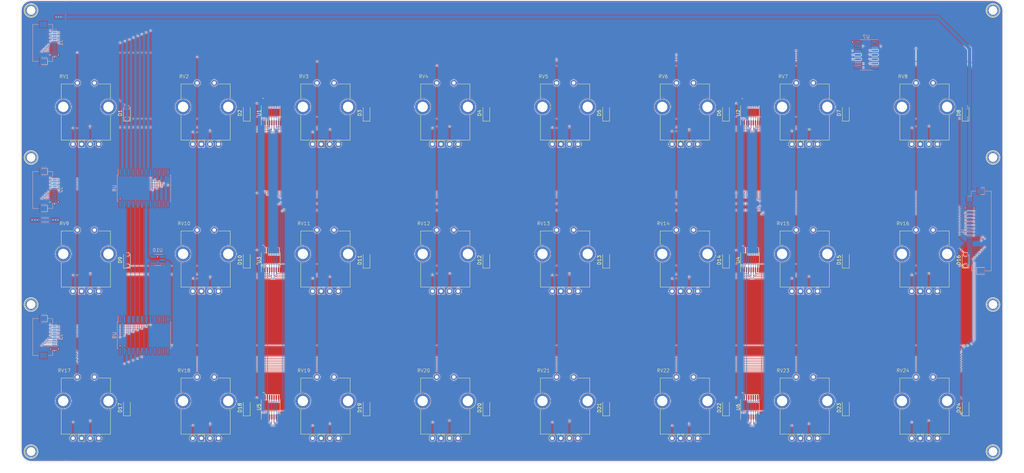
<source format=kicad_pcb>
(kicad_pcb (version 20221018) (generator pcbnew)
  (layers (0 "F.Cu" signal) (31 "B.Cu" signal) (34 "B.Paste" user) (35 "F.Paste" user) (36 "B.SilkS" user "B.Silkscreen") (37 "F.SilkS" user "F.Silkscreen") (38 "B.Mask" user) (39 "F.Mask" user) (44 "Edge.Cuts" user))
  (net 0 "")
  (net 1 "/POT_{5_1}")
  (net 2 "+3.3V")
  (net 3 "GND")
  (net 9 "/DC")
  (net 10 "/SCLK")
  (net 11 "/MOSI")
  (net 12 "/MISO")
  (net 13 "/ROW_1")
  (net 14 "/ROW_2")
  (net 16 "/KEY_SER")
  (net 17 "/KEY_CLK")
  (net 18 "/POT_{5_2}")
  (net 20 "/CS_0")
  (net 21 "/CS_1")
  (net 22 "/CS_2")
  (net 23 "/CS_3")
  (net 24 "/CS_4")
  (net 25 "/ROW_3")
  (net 26 "/POT_SEL_EN")
  (net 27 "/POT_SEL_1")
  (net 28 "/POT_SEL_0")
  (net 29 "/POT_{0_1}")
  (net 30 "/POT_{0_2}")
  (net 31 "/POT_{1_1}")
  (net 32 "Net-(D1-A)")
  (net 33 "Net-(D2-A)")
  (net 34 "Net-(D3-A)")
  (net 35 "Net-(D4-A)")
  (net 36 "Net-(D5-A)")
  (net 37 "Net-(D6-A)")
  (net 38 "Net-(D7-A)")
  (net 39 "Net-(D8-A)")
  (net 40 "Net-(D9-A)")
  (net 41 "Net-(D10-A)")
  (net 42 "Net-(D11-A)")
  (net 43 "Net-(D12-A)")
  (net 44 "Net-(D13-A)")
  (net 45 "Net-(D14-A)")
  (net 46 "Net-(D15-A)")
  (net 47 "Net-(D16-A)")
  (net 48 "/POT_{1_2}")
  (net 51 "/DSP_0_CS")
  (net 52 "/DSP_1_CS")
  (net 53 "/DSP_2_CS")
  (net 54 "/DSP_3_CS")
  (net 55 "/DSP_4_CS")
  (net 56 "/DSP_5_CS")
  (net 57 "/DSP_6_CS")
  (net 58 "/DSP_7_CS")
  (net 59 "/POT_{2_1}")
  (net 60 "/POT_{2_2}")
  (net 61 "/POT_{3_1}")
  (net 62 "/POT_{3_2}")
  (net 63 "/POT_{4_1}")
  (net 64 "/POT_{4_2}")
  (net 65 "/A_{0_1}")
  (net 66 "/DSP_8_CS")
  (net 67 "/DSP_9_CS")
  (net 68 "/DSP_10_CS")
  (net 69 "/DSP_11_CS")
  (net 70 "/DSP_12_CS")
  (net 71 "/DSP_13_CS")
  (net 72 "/DSP_14_CS")
  (net 73 "/DSP_15_CS")
  (net 74 "/A_{0_2}")
  (net 75 "Net-(D17-A)")
  (net 76 "/A_{1_1}")
  (net 77 "/A_{1_2}")
  (net 78 "/COL_0")
  (net 79 "/A_{9_1}")
  (net 80 "/A_{9_2}")
  (net 81 "/A_{2_1}")
  (net 82 "/A_{2_2}")
  (net 83 "/COL_1")
  (net 84 "/A_{10_1}")
  (net 85 "/A_{10_2}")
  (net 86 "/A_{3_1}")
  (net 87 "/A_{3_2}")
  (net 88 "/COL_2")
  (net 89 "/A_{11_1}")
  (net 90 "/A_{11_2}")
  (net 91 "/A_{4_1}")
  (net 92 "/A_{4_2}")
  (net 93 "/COL_3")
  (net 94 "/A_{12_1}")
  (net 95 "/A_{12_2}")
  (net 96 "/A_{5_1}")
  (net 97 "/A_{5_2}")
  (net 98 "/COL_4")
  (net 99 "/A_{13_1}")
  (net 100 "/A_{13_2}")
  (net 101 "/A_{6_1}")
  (net 102 "/A_{6_2}")
  (net 103 "/COL_5")
  (net 104 "/A_{14_1}")
  (net 105 "/A_{14_2}")
  (net 106 "/A_{7_1}")
  (net 107 "/A_{7_2}")
  (net 108 "/COL_6")
  (net 109 "/A_{15_1}")
  (net 110 "/A_{15_2}")
  (net 111 "/A_{8_1}")
  (net 112 "/A_{8_2}")
  (net 113 "/COL_7")
  (net 114 "Net-(D18-A)")
  (net 115 "Net-(D19-A)")
  (net 116 "/CS_EN")
  (net 117 "Net-(D20-A)")
  (net 118 "Net-(D21-A)")
  (net 119 "Net-(D22-A)")
  (net 120 "Net-(D23-A)")
  (net 121 "Net-(D24-A)")
  (net 122 "/DSP_16_CS")
  (net 123 "/DSP_17_CS")
  (net 124 "/DSP_18_CS")
  (net 125 "/DSP_19_CS")
  (net 128 "Net-(U9-~{E1})")
  (net 134 "/~{KEY_CLEAR}")
  (net 135 "/~{OLED_RST}")
  (net 136 "/DSP_20_CS")
  (net 137 "/DSP_21_CS")
  (net 138 "/DSP_22_CS")
  (net 139 "/DSP_23_CS")
  (net 140 "/A_{16_1}")
  (net 141 "/A_{16_2}")
  (net 142 "/A_{17_1}")
  (net 143 "/A_{17_2}")
  (net 144 "/A_{18_1}")
  (net 145 "/A_{18_2}")
  (net 146 "/A_{19_1}")
  (net 147 "/A_{19_2}")
  (net 148 "/A_{20_1}")
  (net 149 "/A_{20_2}")
  (net 150 "/A_{21_1}")
  (net 151 "/A_{21_2}")
  (net 152 "/A_{22_1}")
  (net 153 "/A_{22_2}")
  (net 154 "/A_{23_1}")
  (net 155 "/A_{23_2}")
  (net 156 "+3.3VP")
  (footprint "MPP_Potentiometer_THT:RV142FPF-40B1" (layer "F.Cu") (at 358.178 126.764)
    (fp_text reference "RV8")
    (fp_text value "RV142FPF-40B1")
  )
  (footprint "MPP_MountingHole:MountingHole_M2.5" (layer "F.Cu") (at 378.178 227.554)
    (fp_text reference "H8" hide)
    (fp_text value "MountingHole_Pad_M2.5")
  )
  (footprint "MPP_Potentiometer_THT:RV142FPF-40B1" (layer "F.Cu") (at 358.178 169.764)
    (fp_text reference "RV16")
    (fp_text value "RV142FPF-40B1")
  )
  (footprint "Diode_SMD:D_SOD-123" (layer "F.Cu") (at 265.178 128.554 90)
    (fp_text reference "D5")
    (fp_text value "D_Small_Filled")
  )
  (footprint "Package_SO:TSSOP-16_4.4x5mm_P0.65mm" (layer "F.Cu") (at 167.178 128.554 90)
    (fp_text reference "U1")
    (fp_text value "TMUX1209_TSSOP")
  )
  (footprint "MPP_Potentiometer_THT:RV142FPF-40B1" (layer "F.Cu") (at 358.178 212.764)
    (fp_text reference "RV24")
    (fp_text value "RV142FPF-40B1")
  )
  (footprint "MPP_Potentiometer_THT:RV142FPF-40B1" (layer "F.Cu") (at 148.178 126.764)
    (fp_text reference "RV2")
    (fp_text value "RV142FPF-40B1")
  )
  (footprint "Diode_SMD:D_SOD-123" (layer "F.Cu") (at 370.178 128.554 90)
    (fp_text reference "D8")
    (fp_text value "D_Small_Filled")
  )
  (footprint "MPP_Potentiometer_THT:RV142FPF-40B1" (layer "F.Cu") (at 148.178 169.764)
    (fp_text reference "RV10")
    (fp_text value "RV142FPF-40B1")
  )
  (footprint "MPP_Potentiometer_THT:RV142FPF-40B1" (layer "F.Cu") (at 183.178 169.764)
    (fp_text reference "RV11")
    (fp_text value "RV142FPF-40B1")
  )
  (footprint "Diode_SMD:D_SOD-123" (layer "F.Cu") (at 160.178 128.554 90)
    (fp_text reference "D2")
    (fp_text value "D_Small_Filled")
  )
  (footprint "MPP_MountingHole:MountingHole_M2.5" (layer "F.Cu") (at 378.178 184.554)
    (fp_text reference "H6" hide)
    (fp_text value "MountingHole_Pad_M2.5")
  )
  (footprint "Diode_SMD:D_SOD-123" (layer "F.Cu") (at 300.178 214.764 90)
    (fp_text reference "D22")
    (fp_text value "D_Small_Filled")
  )
  (footprint "MPP_MountingHole:MountingHole_M2.5" (layer "F.Cu") (at 97.178 141.554)
    (fp_text reference "H3" hide)
    (fp_text value "MountingHole_Pad_M2.5")
  )
  (footprint "MPP_Potentiometer_THT:RV142FPF-40B1" (layer "F.Cu") (at 323.178 169.764)
    (fp_text reference "RV15")
    (fp_text value "RV142FPF-40B1")
  )
  (footprint "Diode_SMD:D_SOD-123" (layer "F.Cu") (at 125.178 214.764 90)
    (fp_text reference "D17")
    (fp_text value "D_Small_Filled")
  )
  (footprint "MPP_Potentiometer_THT:RV142FPF-40B1" (layer "F.Cu") (at 288.178 126.764)
    (fp_text reference "RV6")
    (fp_text value "RV142FPF-40B1")
  )
  (footprint "Diode_SMD:D_SOD-123" (layer "F.Cu") (at 370.178 214.764 90)
    (fp_text reference "D24")
    (fp_text value "D_Small_Filled")
  )
  (footprint "MPP_Potentiometer_THT:RV142FPF-40B1" (layer "F.Cu") (at 253.178 212.764)
    (fp_text reference "RV21")
    (fp_text value "RV142FPF-40B1")
  )
  (footprint "Package_SO:TSSOP-16_4.4x5mm_P0.65mm" (layer "F.Cu") (at 307.178 171.554 90)
    (fp_text reference "U4")
    (fp_text value "TMUX1209_TSSOP")
  )
  (footprint "Diode_SMD:D_SOD-123" (layer "F.Cu") (at 160.178 171.554 90)
    (fp_text reference "D10")
    (fp_text value "D_Small_Filled")
  )
  (footprint "Diode_SMD:D_SOD-123" (layer "F.Cu") (at 300.178 128.554 90)
    (fp_text reference "D6")
    (fp_text value "D_Small_Filled")
  )
  (footprint "MPP_Potentiometer_THT:RV142FPF-40B1" (layer "F.Cu") (at 323.178 212.764)
    (fp_text reference "RV23")
    (fp_text value "RV142FPF-40B1")
  )
  (footprint "MPP_Potentiometer_THT:RV142FPF-40B1" (layer "F.Cu") (at 253.178 169.764)
    (fp_text reference "RV13")
    (fp_text value "RV142FPF-40B1")
  )
  (footprint "Diode_SMD:D_SOD-123" (layer "F.Cu") (at 230.178 171.554 90)
    (fp_text reference "D12")
    (fp_text value "D_Small_Filled")
  )
  (footprint "Diode_SMD:D_SOD-123" (layer "F.Cu") (at 335.178 171.554 90)
    (fp_text reference "D15")
    (fp_text value "D_Small_Filled")
  )
  (footprint "MPP_Potentiometer_THT:RV142FPF-40B1" (layer "F.Cu") (at 183.178 126.764)
    (fp_text reference "RV3")
    (fp_text value "RV142FPF-40B1")
  )
  (footprint "MPP_Potentiometer_THT:RV142FPF-40B1" (layer "F.Cu") (at 113.178 126.764)
    (fp_text reference "RV1")
    (fp_text value "RV142FPF-40B1")
  )
  (footprint "Diode_SMD:D_SOD-123" (layer "F.Cu") (at 230.178 128.554 90)
    (fp_text reference "D4")
    (fp_text value "D_Small_Filled")
  )
  (footprint "Diode_SMD:D_SOD-123" (layer "F.Cu") (at 265.178 171.554 90)
    (fp_text reference "D13")
    (fp_text value "D_Small_Filled")
  )
  (footprint "MPP_Potentiometer_THT:RV142FPF-40B1" (layer "F.Cu") (at 113.178 169.764)
    (fp_text reference "RV9")
    (fp_text value "RV142FPF-40B1")
  )
  (footprint "MPP_Potentiometer_THT:RV142FPF-40B1" (layer "F.Cu") (at 288.178 169.764)
    (fp_text reference "RV14")
    (fp_text value "RV142FPF-40B1")
  )
  (footprint "Diode_SMD:D_SOD-123" (layer "F.Cu") (at 160.178 214.764 90)
    (fp_text reference "D18")
    (fp_text value "D_Small_Filled")
  )
  (footprint "MPP_Potentiometer_THT:RV142FPF-40B1" (layer "F.Cu") (at 323.178 126.764)
    (fp_text reference "RV7")
    (fp_text value "RV142FPF-40B1")
  )
  (footprint "MPP_MountingHole:MountingHole_M2.5" (layer "F.Cu") (at 97.178 98.554)
    (fp_text reference "H1" hide)
    (fp_text value "MountingHole_Pad_M2.5")
  )
  (footprint "Diode_SMD:D_SOD-123" (layer "F.Cu") (at 370.178 171.554 90)
    (fp_text reference "D16")
    (fp_text value "D_Small_Filled")
  )
  (footprint "MPP_MountingHole:MountingHole_M2.5" (layer "F.Cu") (at 97.178 227.554)
    (fp_text reference "H7" hide)
    (fp_text value "MountingHole_Pad_M2.5")
  )
  (footprint "MPP_MountingHole:MountingHole_M2.5" (layer "F.Cu") (at 378.178 98.554)
    (fp_text reference "H2" hide)
    (fp_text value "MountingHole_Pad_M2.5")
  )
  (footprint "MPP_Potentiometer_THT:RV142FPF-40B1" (layer "F.Cu") (at 218.178 212.764)
    (fp_text reference "RV20")
    (fp_text value "RV142FPF-40B1")
  )
  (footprint "Diode_SMD:D_SOD-123" (layer "F.Cu") (at 335.178 214.764 90)
    (fp_text reference "D23")
    (fp_text value "D_Small_Filled")
  )
  (footprint "MPP_Potentiometer_THT:RV142FPF-40B1" (layer "F.Cu") (at 218.178 126.764)
    (fp_text reference "RV4")
    (fp_text value "RV142FPF-40B1")
  )
  (footprint "MPP_Potentiometer_THT:RV142FPF-40B1" (layer "F.Cu") (at 113.178 212.764)
    (fp_text reference "RV17")
    (fp_text value "RV142FPF-40B1")
  )
  (footprint "MPP_Potentiometer_THT:RV142FPF-40B1" (layer "F.Cu") (at 148.178 212.764)
    (fp_text reference "RV18")
    (fp_text value "RV142FPF-40B1")
  )
  (footprint "MPP_MountingHole:MountingHole_M2.5" (layer "F.Cu") (at 97.178 184.554)
    (fp_text reference "H5" hide)
    (fp_text value "MountingHole_Pad_M2.5")
  )
  (footprint "Package_SO:TSSOP-16_4.4x5mm_P0.65mm" (layer "F.Cu") (at 167.178 214.554 90)
    (fp_text reference "U5")
    (fp_text value "TMUX1209_TSSOP")
  )
  (footprint "Diode_SMD:D_SOD-123" (layer "F.Cu") (at 195.178 128.554 90)
    (fp_text reference "D3")
    (fp_text value "D_Small_Filled")
  )
  (footprint "Diode_SMD:D_SOD-123" (layer "F.Cu") (at 300.178 171.554 90)
    (fp_text reference "D14")
    (fp_text value "D_Small_Filled")
  )
  (footprint "Diode_SMD:D_SOD-123" (layer "F.Cu") (at 265.178 214.764 90)
    (fp_text reference "D21")
    (fp_text value "D_Small_Filled")
  )
  (footprint "Diode_SMD:D_SOD-123" (layer "F.Cu") (at 230.178 214.764 90)
    (fp_text reference "D20")
    (fp_text value "D_Small_Filled")
  )
  (footprint "Package_SO:TSSOP-16_4.4x5mm_P0.65mm" (layer "F.Cu") (at 307.178 128.554 90)
    (fp_text reference "U2")
    (fp_text value "TMUX1209_TSSOP")
  )
  (footprint "Diode_SMD:D_SOD-123" (layer "F.Cu") (at 125.178 171.554 90)
    (fp_text reference "D9")
    (fp_text value "D_Small_Filled")
  )
  (footprint "MPP_Potentiometer_THT:RV142FPF-40B1" (layer "F.Cu") (at 183.178 212.764)
    (fp_text reference "RV19")
    (fp_text value "RV142FPF-40B1")
  )
  (footprint "Package_SO:TSSOP-16_4.4x5mm_P0.65mm" (layer "F.Cu") (at 307.178 214.554 90)
    (fp_text reference "U6")
    (fp_text value "TMUX1209_TSSOP")
  )
  (footprint "Diode_SMD:D_SOD-123" (layer "F.Cu") (at 195.178 171.554 90)
    (fp_text reference "D11")
    (fp_text value "D_Small_Filled")
  )
  (footprint "Diode_SMD:D_SOD-123" (layer "F.Cu") (at 125.178 128.554 90)
    (fp_text reference "D1")
    (fp_text value "D_Small_Filled")
  )
  (footprint "MPP_Potentiometer_THT:RV142FPF-40B1" (layer "F.Cu") (at 253.178 126.764)
    (fp_text reference "RV5")
    (fp_text value "RV142FPF-40B1")
  )
  (footprint "MPP_Potentiometer_THT:RV142FPF-40B1" (layer "F.Cu") (at 218.178 169.764)
    (fp_text reference "RV12")
    (fp_text value "RV142FPF-40B1")
  )
  (footprint "Diode_SMD:D_SOD-123" (layer "F.Cu") (at 335.178 128.554 90)
    (fp_text reference "D7")
    (fp_text value "D_Small_Filled")
  )
  (footprint "MPP_Potentiometer_THT:RV142FPF-40B1" (layer "F.Cu") (at 288.178 212.764)
    (fp_text reference "RV22")
    (fp_text value "RV142FPF-40B1")
  )
  (footprint "MPP_MountingHole:MountingHole_M2.5" (layer "F.Cu") (at 378.178 141.554)
    (fp_text reference "H4" hide)
    (fp_text value "MountingHole_Pad_M2.5")
  )
  (footprint "Package_SO:TSSOP-16_4.4x5mm_P0.65mm" (layer "F.Cu") (at 167.178 171.554 90)
    (fp_text reference "U3")
    (fp_text value "TMUX1209_TSSOP")
  )
  (footprint "Diode_SMD:D_SOD-123" (layer "F.Cu") (at 195.178 214.764 90)
    (fp_text reference "D19")
    (fp_text value "D_Small_Filled")
  )
  (footprint "Package_SO:SOIC-24W_7.5x15.4mm_P1.27mm" (layer "B.Cu") (at 130.178 193.554 -90)
    (fp_text reference "U9")
    (fp_text value "CD74HC154_SOIC")
  )
  (footprint "Package_TO_SOT_SMD:SOT-23-5_HandSoldering" (layer "B.Cu") (at 134.178 171.554 180)
    (fp_text reference "U10")
    (fp_text value "74LVC1G04")
  )
  (footprint "Connector_FFC-FPC:Hirose_FH12-15S-0.5SH_1x15-1MP_P0.50mm_Horizontal" (layer "B.Cu") (at 102.178 151.054 90)
    (fp_text reference "J2")
    (fp_text value "Conn_01x15_Socket")
  )
  (footprint "Connector_FFC-FPC:Hirose_FH12-15S-0.5SH_1x15-1MP_P0.50mm_Horizontal" (layer "B.Cu") (at 102.178 194.054 90)
    (fp_text reference "J3")
    (fp_text value "Conn_01x15_Socket")
  )
  (footprint "Package_SO:SO-14_3.9x8.65mm_P1.27mm" (layer "B.Cu") (at 341.178 111.554 180)
    (fp_text reference "U7")
    (fp_text value "74HC164")
  )
  (footprint "Connector_FFC-FPC:Hirose_FH12-15S-0.5SH_1x15-1MP_P0.50mm_Horizontal" (layer "B.Cu") (at 102.178 108.054 90)
    (fp_text reference "J1")
    (fp_text value "Conn_01x15_Socket")
  )
  (footprint "Connector_FFC-FPC:Hirose_FH12-40S-0.5SH_1x40-1MP_P0.50mm_Horizontal" (layer "B.Cu") (at 373.178 163.054 -90)
    (fp_text reference "J4")
    (fp_text value "Conn_01x40_Socket")
  )
  (footprint "Package_SO:SOIC-24W_7.5x15.4mm_P1.27mm" (layer "B.Cu") (at 130.178 150.554 -90)
    (fp_text reference "U8")
    (fp_text value "CD74HC154_SOIC")
  )
  (gr_line (start 378.178 230.554) (end 97.178 230.554) (stroke (width 0.1)) (layer "Edge.Cuts"))
  (gr_arc (start 381.178 227.554) (mid 380.29932 229.67532) (end 378.178 230.554) (stroke (width 0.1)) (layer "Edge.Cuts"))
  (gr_arc (start 97.178 230.554) (mid 95.05668 229.67532) (end 94.178 227.554) (stroke (width 0.1)) (layer "Edge.Cuts"))
  (gr_arc (start 94.178 98.554) (mid 95.05668 96.43268) (end 97.178 95.554) (stroke (width 0.1)) (layer "Edge.Cuts"))
  (gr_line (start 381.178 98.554) (end 381.178 227.554) (stroke (width 0.1)) (layer "Edge.Cuts"))
  (gr_line (start 94.178 227.554) (end 94.178 98.554) (stroke (width 0.1)) (layer "Edge.Cuts"))
  (gr_line (start 97.178 95.554) (end 378.178 95.554) (stroke (width 0.1)) (layer "Edge.Cuts"))
  (gr_arc (start 378.178 95.554) (mid 380.29932 96.43268) (end 381.178 98.554) (stroke (width 0.1)) (layer "Edge.Cuts"))
  (segment (start 309.453 216.1742) (end 309.4712 216.156) (width 0.1524) (layer "F.Cu") (net 1))
  (segment (start 370.128 163.804) (end 366.728 163.804) (width 0.1524) (layer "F.Cu") (net 1))
  (segment (start 311.1227 157.736) (end 311.0968 157.7101) (width 0.1524) (layer "F.Cu") (net 1))
  (segment (start 366.728 163.804) (end 360.66 157.736) (width 0.1524) (layer "F.Cu") (net 1))
  (segment (start 309.453 217.4165) (end 309.453 216.1742) (width 0.1524) (layer "F.Cu") (net 1))
  (segment (start 360.66 157.736) (end 311.1227 157.736) (width 0.1524) (layer "F.Cu") (net 1))
  (via (at 311.0968 157.7101) (size 0.508) (drill 0.254) (layers "F.Cu" "B.Cu") (net 1))
  (via (at 370.128 163.804) (size 0.508) (drill 0.254) (layers "F.Cu" "B.Cu") (net 1))
  (via (at 309.4712 216.156) (size 0.508) (drill 0.254) (layers "F.Cu" "B.Cu") (net 1))
  (segment (start 311.0968 215.3432) (end 310.284 216.156) (width 0.1524) (layer "B.Cu") (net 1))
  (segment (start 371.328 163.804) (end 370.128 163.804) (width 0.1524) (layer "B.Cu") (net 1))
  (segment (start 311.0968 157.7101) (end 311.0968 215.3432) (width 0.1524) (layer "B.Cu") (net 1))
  (segment (start 310.284 216.156) (end 309.4712 216.156) (width 0.1524) (layer "B.Cu") (net 1))
  (via (at 372.6156 156.3136) (size 0.508) (drill 0.254) (layers "F.Cu" "B.Cu") (net 2))
  (via (at 370.0756 156.3136) (size 0.508) (drill 0.254) (layers "F.Cu" "B.Cu") (net 2))
  (via (at 123.1876 196.598) (size 0.508) (drill 0.254) (layers "F.Cu" "B.Cu") (net 2))
  (via (at 134.1604 170.5884) (size 0.508) (drill 0.254) (layers "F.Cu" "B.Cu") (net 2))
  (via (at 123.1876 153.6212) (size 0.508) (drill 0.254) (layers "F.Cu" "B.Cu") (net 2))
  (via (at 337.1572 107.7488) (size 0.508) (drill 0.254) (layers "F.Cu" "B.Cu") (net 2))
  (segment (start 123.193 155.204) (end 123.193 153.6266) (width 0.1524) (layer "B.Cu") (net 2))
  (segment (start 132.828 170.604) (end 134.1448 170.604) (width 0.1524) (layer "B.Cu") (net 2))
  (segment (start 338.703 107.744) (end 337.162 107.744) (width 0.1524) (layer "B.Cu") (net 2))
  (segment (start 134.1448 170.604) (end 134.1604 170.5884) (width 0.1524) (layer "B.Cu") (net 2))
  (segment (start 337.162 107.744) (end 337.1572 107.7488) (width 0.1524) (layer "B.Cu") (net 2))
  (segment (start 123.193 153.6266) (end 123.1876 153.6212) (width 0.1524) (layer "B.Cu") (net 2))
  (segment (start 371.328 156.304) (end 370.0852 156.304) (width 0.1524) (layer "B.Cu") (net 2))
  (segment (start 371.328 156.304) (end 372.606 156.304) (width 0.1524) (layer "B.Cu") (net 2))
  (segment (start 123.193 196.6034) (end 123.1876 196.598) (width 0.1524) (layer "B.Cu") (net 2))
  (segment (start 370.0852 156.304) (end 370.0756 156.3136) (width 0.1524) (layer "B.Cu") (net 2))
  (segment (start 123.193 198.204) (end 123.193 196.6034) (width 0.1524) (layer "B.Cu") (net 2))
  (segment (start 372.606 156.304) (end 372.6156 156.3136) (width 0.1524) (layer "B.Cu") (net 2))
  (segment (start 165.553 168.6915) (end 165.553 167.8434) (width 0.1524) (layer "F.Cu") (net 3))
  (segment (start 165.553 124.8666) (end 164.9452 124.2588) (width 0.1524) (layer "F.Cu") (net 3))
  (segment (start 305.553 125.6915) (end 305.553 124.9634) (width 0.1524) (layer "F.Cu") (net 3))
  (segment (start 305.553 124.9634) (end 304.95 124.3604) (width 0.1524) (layer "F.Cu") (net 3))
  (segment (start 165.553 211.6915) (end 165.553 210.8202) (width 0.1524) (layer "F.Cu") (net 3))
  (segment (start 305.553 168.6915) (end 305.553 167.9402) (width 0.1524) (layer "F.Cu") (net 3))
  (segment (start 305.553 211.6915) (end 305.553 210.917) (width 0.1524) (layer "F.Cu") (net 3))
  (segment (start 165.553 210.8202) (end 164.996 210.2632) (width 0.1524) (layer "F.Cu") (net 3))
  (segment (start 165.553 125.6915) (end 165.553 124.8666) (width 0.1524) (layer "F.Cu") (net 3))
  (segment (start 305.553 167.9402) (end 305.0008 167.388) (width 0.1524) (layer "F.Cu") (net 3))
  (segment (start 165.553 167.8434) (end 164.9452 167.2356) (width 0.1524) (layer "F.Cu") (net 3))
  (segment (start 305.553 210.917) (end 304.95 210.314) (width 0.1524) (layer "F.Cu") (net 3))
  (via (at 164.9452 167.2356) (size 0.508) (drill 0.254) (layers "F.Cu" "B.Cu") (net 3))
  (via (at 164.996 210.2632) (size 0.508) (drill 0.254) (layers "F.Cu" "B.Cu") (net 3))
  (via (at 304.95 210.314) (size 0.508) (drill 0.254) (layers "F.Cu" "B.Cu") (net 3))
  (via (at 305.0008 167.388) (size 0.508) (drill 0.254) (layers "F.Cu" "B.Cu") (net 3))
  (via (at 164.9452 124.2588) (size 0.508) (drill 0.254) (layers "F.Cu" "B.Cu") (net 3))
  (via (at 304.95 124.3604) (size 0.508) (drill 0.254) (layers "F.Cu" "B.Cu") (net 3))
  (segment (start 374.3074 169.323412) (end 374.2825 169.298512) (width 0.1524) (layer "F.Cu") (net 9))
  (segment (start 374.297491 196.998909) (end 368.5008 202.7956) (width 0.1524) (layer "F.Cu") (net 9))
  (segment (start 114.3484 202.7956) (end 106.6268 195.074) (width 0.1524) (layer "F.Cu") (net 9))
  (segment (start 368.5008 202.7956) (end 114.3484 202.7956) (width 0.1524) (layer "F.Cu") (net 9))
  (segment (start 106.6268 195.074) (end 101.8257 195.074) (width 0.1524) (layer "F.Cu") (net 9))
  (segment (start 101.811207 109.079507) (end 101.8013 109.0696) (width 0.1524) (layer "F.Cu") (net 9))
  (segment (start 101.8008 195.0491) (end 101.811207 195.038693) (width 0.1524) (layer "F.Cu") (net 9))
  (segment (start 101.8257 195.074) (end 101.8008 195.0491) (width 0.1524) (layer "F.Cu") (net 9))
  (segment (start 374.2825 169.298512) (end 374.297491 169.313503) (width 0.1524) (layer "F.Cu") (net 9))
  (segment (start 374.297491 169.313503) (end 374.297491 196.998909) (width 0.1524) (layer "F.Cu") (net 9))
  (segment (start 101.811207 195.038693) (end 101.811207 109.079507) (width 0.1524) (layer "F.Cu") (net 9))
  (via (at 101.8008 195.0491) (size 0.508) (drill 0.254) (layers "F.Cu" "B.Cu") (net 9))
  (via (at 374.2825 169.298512) (size 0.508) (drill 0.254) (layers "F.Cu" "B.Cu") (net 9))
  (via (at 101.8013 109.0696) (size 0.508) (drill 0.254) (layers "F.Cu" "B.Cu") (net 9))
  (via (at 101.8013 152.0719) (size 0.508) (drill 0.254) (layers "F.Cu" "B.Cu") (net 9))
  (segment (start 101.8008 195.0491) (end 101.8257 195.074) (width 0.1524) (layer "B.Cu") (net 9))
  (segment (start 101.8257 195.074) (end 104.008 195.074) (width 0.1524) (layer "B.Cu") (net 9))
  (segment (start 101.8013 109.0696) (end 104.0124 109.0696) (width 0.1524) (layer "B.Cu") (net 9))
  (segment (start 374.265533 169.281545) (end 374.2825 169.298512) (width 0.1524) (layer "B.Cu") (net 9))
  (segment (start 104.008 195.074) (end 104.028 195.054) (width 0.1524) (layer "B.Cu") (net 9))
  (segment (start 371.328 169.304) (end 371.350455 169.281545) (width 0.1524) (layer "B.Cu") (net 9))
  (segment (start 101.8013 152.0719) (end 104.0101 152.0719) (width 0.1524) (layer "B.Cu") (net 9))
  (segment (start 104.0101 152.0719) (end 104.028 152.054) (width 0.1524) (layer "B.Cu") (net 9))
  (segment (start 104.0124 109.0696) (end 104.028 109.054) (width 0.1524) (layer "B.Cu") (net 9))
  (segment (start 371.350455 169.281545) (end 374.265533 169.281545) (width 0.1524) (layer "B.Cu") (net 9))
  (segment (start 369.0596 204.1672) (end 375.7298 197.497) (width 0.1524) (layer "F.Cu") (net 10))
  (segment (start 100.3276 196.5472) (end 105.6616 196.5472) (width 0.1524) (layer "F.Cu") (net 10))
  (segment (start 100.3022 196.5218) (end 100.3022 110.5936) (width 0.1524) (layer "F.Cu") (net 10))
  (segment (start 375.7298 197.497) (end 375.7298 167.7988) (width 0.1524) (layer "F.Cu") (net 10))
  (segment (start 113.2816 204.1672) (end 369.0596 204.1672) (width 0.1524) (layer "F.Cu") (net 10))
  (segment (start 100.3022 196.5218) (end 100.3276 196.5472) (width 0.1524) (layer "F.Cu") (net 10))
  (segment (start 105.6616 196.5472) (end 113.2816 204.1672) (width 0.1524) (layer "F.Cu") (net 10))
  (via (at 100.3022 110.5936) (size 0.508) (drill 0.254) (layers "F.Cu" "B.Cu") (net 10))
  (via (at 100.3022 196.5218) (size 0.508) (drill 0.254) (layers "F.Cu" "B.Cu") (net 10))
  (via (at 100.3022 153.5704) (size 0.508) (drill 0.254) (layers "F.Cu" "B.Cu") (net 10))
  (via (at 375.7298 167.7988) (size 0.508) (drill 0.254) (layers "F.Cu" "B.Cu") (net 10))
  (segment (start 371.3509 167.7811) (end 375.7121 167.7811) (width 0.1524) (layer "B.Cu") (net 10))
  (segment (start 100.3022 196.5218) (end 100.3344 196.554) (width 0.1524) (layer "B.Cu") (net 10))
  (segment (start 100.3418 110.554) (end 104.028 110.554) (width 0.1524) (layer "B.Cu") (net 10))
  (segment (start 100.3186 153.554) (end 104.028 153.554) (width 0.1524) (layer "B.Cu") (net 10))
  (segment (start 100.3344 196.554) (end 104.028 196.554) (width 0.1524) (layer "B.Cu") (net 10))
  (segment (start 100.3022 153.5704) (end 100.3186 153.554) (width 0.1524) (layer "B.Cu") (net 10))
  (segment (start 375.7121 167.7811) (end 375.7298 167.7988) (width 0.1524) (layer "B.Cu") (net 10))
  (segment (start 371.328 167.804) (end 371.3509 167.7811) (width 0.1524) (layer "B.Cu") (net 10))
  (segment (start 100.3022 110.5936) (end 100.3418 110.554) (width 0.1524) (layer "B.Cu") (net 10))
  (segment (start 105.9923 196.0651) (end 100.7848 196.0651) (width 0.1524) (layer "F.Cu") (net 11))
  (segment (start 375.236583 197.355217) (end 368.8818 203.71) (width 0.1524) (layer "F.Cu") (net 11))
  (segment (start 375.236583 168.2637) (end 375.236583 197.355217) (width 0.1524) (layer "F.Cu") (net 11))
  (segment (start 100.7848 196.0651) (end 100.7848 110.0719) (width 0.1524) (layer "F.Cu") (net 11))
  (segment (start 368.8818 203.71) (end 113.6372 203.71) (width 0.1524) (layer "F.Cu") (net 11))
  (segment (start 375.2218 168.278483) (end 375.236583 168.2637) (width 0.1524) (layer "F.Cu") (net 11))
  (segment (start 113.6372 203.71) (end 105.9923 196.0651) (width 0.1524) (layer "F.Cu") (net 11))
  (via (at 100.7848 153.0624) (size 0.508) (drill 0.254) (layers "F.Cu" "B.Cu") (net 11))
  (via (at 100.7848 110.0719) (size 0.508) (drill 0.254) (layers "F.Cu" "B.Cu") (net 11))
  (via (at 100.7848 196.0651) (size 0.508) (drill 0.254) (layers "F.Cu" "B.Cu") (net 11))
  (via (at 375.236583 168.2637) (size 0.508) (drill 0.254) (layers "F.Cu" "B.Cu") (net 11))
  (segment (start 371.3683 168.2637) (end 375.236583 168.2637) (width 0.1524) (layer "B.Cu") (net 11))
  (segment (start 375.236583 168.2637) (end 375.218683 168.2816) (width 0.1524) (layer "B.Cu") (net 11))
  (segment (start 371.328 168.304) (end 371.3683 168.2637) (width 0.1524) (layer "B.Cu") (net 11))
  (segment (start 100.7848 196.0651) (end 104.0169 196.0651) (width 0.1524) (layer "B.Cu") (net 11))
  (segment (start 104.0169 196.0651) (end 104.028 196.054) (width 0.1524) (layer "B.Cu") (net 11))
  (segment (start 100.7848 110.0719) (end 104.0101 110.0719) (width 0.1524) (layer "B.Cu") (net 11))
  (segment (start 104.0196 153.0624) (end 104.028 153.054) (width 0.1524) (layer "B.Cu") (net 11))
  (segment (start 100.7848 153.0624) (end 104.0196 153.0624) (width 0.1524) (layer "B.Cu") (net 11))
  (segment (start 104.0101 110.0719) (end 104.028 110.054) (width 0.1524) (layer "B.Cu") (net 11))
  (segment (start 374.7651 168.7891) (end 374.7397 168.7637) (width 0.1524) (layer "F.Cu") (net 12))
  (segment (start 368.704 203.2528) (end 374.7651 197.1917) (width 0.1524) (layer "F.Cu") (net 12))
  (segment (start 374.7651 197.1917) (end 374.7651 168.7891) (width 0.1524) (layer "F.Cu") (net 12))
  (segment (start 114.0944 203.2528) (end 368.704 203.2528) (width 0.1524) (layer "F.Cu") (net 12))
  (segment (start 101.2928 195.583) (end 101.2928 109.5776) (width 0.1524) (layer "F.Cu") (net 12))
  (segment (start 106.3728 195.5312) (end 114.0944 203.2528) (width 0.1524) (layer "F.Cu") (net 12))
  (segment (start 101.3446 195.5312) (end 106.3728 195.5312) (width 0.1524) (layer "F.Cu") (net 12))
  (segment (start 101.2928 195.583) (end 101.3446 195.5312) (width 0.1524) (layer "F.Cu") (net 12))
  (via (at 101.2928 195.583) (size 0.508) (drill 0.254) (layers "F.Cu" "B.Cu") (net 12))
  (via (at 374.7397 168.7637) (size 0.508) (drill 0.254) (layers "F.Cu" "B.Cu") (net 12))
  (via (at 101.2928 152.5544) (size 0.508) (drill 0.254) (layers "F.Cu" "B.Cu") (net 12))
  (via (at 101.2928 109.5776) (size 0.508) (drill 0.254) (layers "F.Cu" "B.Cu") (net 12))
  (segment (start 101.3218 195.554) (end 104.028 195.554) (width 0.1524) (layer "B.Cu") (net 12))
  (segment (start 101.3164 109.554) (end 104.028 109.554) (width 0.1524) (layer "B.Cu") (net 12))
  (segment (start 371.328 168.804) (end 374.6994 168.804) (width 0.1524) (layer "B.Cu") (net 12))
  (segment (start 101.2928 152.5544) (end 101.2932 152.554) (width 0.1524) (layer "B.Cu") (net 12))
  (segment (start 101.2932 152.554) (end 104.028 152.554) (width 0.1524) (layer "B.Cu") (net 12))
  (segment (start 101.2928 109.5776) (end 101.3164 109.554) (width 0.1524) (layer "B.Cu") (net 12))
  (segment (start 374.6994 168.804) (end 374.7397 168.7637) (width 0.1524) (layer "B.Cu") (net 12))
  (segment (start 101.2928 195.583) (end 101.3218 195.554) (width 0.1524) (layer "B.Cu") (net 12))
  (segment (start 265.2272 130.2532) (end 300.1288 130.2532) (width 0.1524) (layer "F.Cu") (net 13))
  (segment (start 230.178 130.204) (end 230.1796 130.2024) (width 0.1524) (layer "F.Cu") (net 13))
  (segment (start 368.3992 130.2024) (end 335.1796 130.2024) (width 0.1524) (layer "F.Cu") (net 13))
  (segment (start 194.643 129.669) (end 195.178 130.204) (width 0.1524) (layer "F.Cu") (net 13))
  (segment (start 195.178 130.204) (end 195.1796 130.2024) (width 0.1524) (layer "F.Cu") (net 13))
  (segment (start 300.178 130.204) (end 300.713 129.669) (width 0.1524) (layer "F.Cu") (net 13))
  (segment (start 195.1796 130.2024) (end 230.1764 130.2024) (width 0.1524) (layer "F.Cu") (net 13))
  (segment (start 300.713 129.669) (end 334.643 129.669) (width 0.1524) (layer "F.Cu") (net 13))
  (segment (start 300.1288 130.2532) (end 300.178 130.204) (width 0.1524) (layer "F.Cu") (net 13))
  (segment (start 125.178 130.204) (end 125.1796 130.2024) (width 0.1524) (layer "F.Cu") (net 13))
  (segment (start 160.1764 130.2024) (end 160.178 130.204) (width 0.1524) (layer "F.Cu") (net 13))
  (segment (start 230.1796 130.2024) (end 265.1764 130.2024) (width 0.1524) (layer "F.Cu") (net 13))
  (segment (start 125.1796 130.2024) (end 160.1764 130.2024) (width 0.1524) (layer "F.Cu") (net 13))
  (segment (start 265.1764 130.2024) (end 265.178 130.204) (width 0.1524) (layer "F.Cu") (net 13))
  (segment (start 370.1764 130.2024) (end 370.178 130.204) (width 0.1524) (layer "F.Cu") (net 13))
  (segment (start 334.643 129.669) (end 335.178 130.204) (width 0.1524) (layer "F.Cu") (net 13))
  (segment (start 368.3992 130.2024) (end 370.1764 130.2024) (width 0.1524) (layer "F.Cu") (net 13))
  (segment (start 265.178 130.204) (end 265.2272 130.2532) (width 0.1524) (layer "F.Cu") (net 13))
  (segment (start 160.713 129.669) (end 194.643 129.669) (width 0.1524) (layer "F.Cu") (net 13))
  (segment (start 230.1764 130.2024) (end 230.178 130.204) (width 0.1524) (layer "F.Cu") (net 13))
  (segment (start 160.178 130.204) (end 160.713 129.669) (width 0.1524) (layer "F.Cu") (net 13))
  (segment (start 335.1796 130.2024) (end 335.178 130.204) (width 0.1524) (layer "F.Cu") (net 13))
  (via (at 368.3992 130.2024) (size 0.508) (drill 0.254) (layers "F.Cu" "B.Cu") (net 13))
  (segment (start 368.3992 164.8752) (end 369.828 166.304) (width 0.1524) (layer "B.Cu") (net 13))
  (segment (start 368.3992 130.2024) (end 368.3992 164.8752) (width 0.1524) (layer "B.Cu") (net 13))
  (segment (start 369.828 166.304) (end 371.328 166.304) (width 0.1524) (layer "B.Cu") (net 13))
  (segment (start 335.178 173.204) (end 334.6706 172.6966) (width 0.1524) (layer "F.Cu") (net 14))
  (segment (start 195.2028 173.1792) (end 195.178 173.204) (width 0.1524) (layer "F.Cu") (net 14))
  (segment (start 230.1532 173.1792) (end 195.2028 173.1792) (width 0.1524) (layer "F.Cu") (net 14))
  (segment (start 160.6854 172.6966) (end 160.178 173.204) (width 0.1524) (layer "F.Cu") (net 14))
  (segment (start 370.1024 173.1284) (end 335.2536 173.1284) (width 0.1524) (layer "F.Cu") (net 14))
  (segment (start 334.6706 172.6966) (end 300.6854 172.6966) (width 0.1524) (layer "F.Cu") (net 14))
  (segment (start 160.152 173.23) (end 125.204 173.23) (width 0.1524) (layer "F.Cu") (net 14))
  (segment (start 230.2028 173.1792) (end 230.178 173.204) (width 0.1524) (layer "F.Cu") (net 14))
  (segment (start 300.1024 173.1284) (end 265.2536 173.1284) (width 0.1524) (layer "F.Cu") (net 14))
  (segment (start 194.6706 172.6966) (end 160.6854 172.6966) (width 0.1524) (layer "F.Cu") (net 14))
  (segment (start 300.6854 172.6966) (end 300.178 173.204) (width 0.1524) (layer "F.Cu") (net 14))
  (segment (start 335.2536 173.1284) (end 335.178 173.204) (width 0.1524) (layer "F.Cu") (net 14))
  (segment (start 300.178 173.204) (end 300.1024 173.1284) (width 0.1524) (layer "F.Cu") (net 14))
  (segment (start 160.178 173.204) (end 160.152 173.23) (width 0.1524) (layer "F.Cu") (net 14))
  (segment (start 230.178 173.204) (end 230.1532 173.1792) (width 0.1524) (layer "F.Cu") (net 14))
  (segment (start 125.204 173.23) (end 125.178 173.204) (width 0.1524) (layer "F.Cu") (net 14))
  (segment (start 265.178 173.204) (end 265.1532 173.1792) (width 0.1524) (layer "F.Cu") (net 14))
  (segment (start 195.178 173.204) (end 194.6706 172.6966) (width 0.1524) (layer "F.Cu") (net 14))
  (segment (start 265.2536 173.1284) (end 265.178 173.204) (width 0.1524) (layer "F.Cu") (net 14))
  (segment (start 265.1532 173.1792) (end 230.2028 173.1792) (width 0.1524) (layer "F.Cu") (net 14))
  (segment (start 370.178 173.204) (end 370.1024 173.1284) (width 0.1524) (layer "F.Cu") (net 14))
  (via (at 368.4251 173.1284) (size 0.508) (drill 0.254) (layers "F.Cu" "B.Cu") (net 14))
  (segment (start 369.878 166.804) (end 371.328 166.804) (width 0.1524) (layer "B.Cu") (net 14))
  (segment (start 368.4251 173.1284) (end 368.4251 168.2569) (width 0.1524) (layer "B.Cu") (net 14))
  (segment (start 368.4251 168.2569) (end 369.878 166.804) (width 0.1524) (layer "B.Cu") (net 14))
  (segment (start 375.7144 165.2999) (end 375.7144 112.778) (width 0.1524) (layer "F.Cu") (net 16))
  (segment (start 375.7144 112.778) (end 371.9044 108.968) (width 0.1524) (layer "F.Cu") (net 16))
  (segment (start 371.9044 108.968) (end 345.3868 108.968) (width 0.1524) (layer "F.Cu") (net 16))
  (via (at 375.7144 165.2999) (size 0.508) (drill 0.254) (layers "F.Cu" "B.Cu") (net 16))
  (via (at 345.3868 108.968) (size 0.508) (drill 0.254) (layers "F.Cu" "B.Cu") (net 16))
  (segment (start 371.3606 165.2714) (end 375.6859 165.2714) (width 0.1524) (layer "B.Cu") (net 16))
  (segment (start 343.699 108.968) (end 343.653 109.014) (width 0.1524) (layer "B.Cu") (net 16))
  (segment (start 343.653 107.744) (end 343.653 109.014) (width 0.1524) (layer "B.Cu") (net 16))
  (segment (start 375.6859 165.2714) (end 375.7144 165.2999) (width 0.1524) (layer "B.Cu") (net 16))
  (segment (start 371.328 165.304) (end 371.3606 165.2714) (width 0.1524) (layer "B.Cu") (net 16))
  (segment (start 345.3868 108.968) (end 343.699 108.968) (width 0.1524) (layer "B.Cu") (net 16))
  (segment (start 374.7497 165.8127) (end 374.7497 117.9601) (width 0.1524) (layer "F.Cu") (net 17))
  (segment (start 374.7497 117.9601) (end 371.5488 114.7592) (width 0.1524) (layer "F.Cu") (net 17))
  (segment (start 371.5488 114.7592) (end 342.542 114.7592) (width 0.1524) (layer "F.Cu") (net 17))
  (segment (start 374.7492 165.8132) (end 374.7497 165.8127) (width 0.1524) (layer "F.Cu") (net 17))
  (segment (start 342.542 114.7592) (end 341.9832 115.318) (width 0.1524) (layer "F.Cu") (net 17))
  (segment (start 341.9832 115.318) (end 340.3068 115.318) (width 0.1524) (layer "F.Cu") (net 17))
  (via (at 340.3068 115.318) (size 0.508) (drill 0.254) (layers "F.Cu" "B.Cu") (net 17))
  (via (at 374.7492 165.8132) (size 0.508) (drill 0.254) (layers "F.Cu" "B.Cu") (net 17))
  (segment (start 374.7492 165.8132) (end 374.74 165.804) (width 0.1524) (layer "B.Cu") (net 17))
  (segment (start 340.3068 115.318) (end 338.749 115.318) (width 0.1524) (layer "B.Cu") (net 17))
  (segment (start 338.749 115.318) (end 338.703 115.364) (width 0.1524) (layer "B.Cu") (net 17))
  (segment (start 374.74 165.804) (end 371.328 165.804) (width 0.1524) (layer "B.Cu") (net 17))
  (segment (start 359.918 158.244) (end 310.6645 158.244) (width 0.1524) (layer "F.Cu") (net 18))
  (segment (start 309.453 212.9374) (end 309.4712 212.9556) (width 0.1524) (layer "F.Cu") (net 18))
  (segment (start 309.453 211.6915) (end 309.453 212.9374) (width 0.1524) (layer "F.Cu") (net 18))
  (segment (start 359.928 158.254) (end 359.918 158.244) (width 0.1524) (layer "F.Cu") (net 18))
  (segment (start 372.5648 164.304) (end 366.378 164.304) (width 0.1524) (layer "F.Cu") (net 18))
  (segment (start 366.378 164.304) (end 360.328 158.254) (width 0.1524) (layer "F.Cu") (net 18))
  (segment (start 360.328 158.254) (end 359.928 158.254) (width 0.1524) (layer "F.Cu") (net 18))
  (segment (start 310.6645 158.244) (end 310.5629 158.1424) (width 0.1524) (layer "F.Cu") (net 18))
  (via (at 310.5629 158.1424) (size 0.508) (drill 0.254) (layers "F.Cu" "B.Cu") (net 18))
  (via (at 372.5648 164.304) (size 0.508) (drill 0.254) (layers "F.Cu" "B.Cu") (net 18))
  (via (at 309.4712 212.9556) (size 0.508) (drill 0.254) (layers "F.Cu" "B.Cu") (net 18))
  (segment (start 310.5629 211.8639) (end 309.4712 212.9556) (width 0.1524) (layer "B.Cu") (net 18))
  (segment (start 371.328 164.304) (end 372.5648 164.304) (width 0.1524) (layer "B.Cu") (net 18))
  (segment (start 310.5629 158.1424) (end 310.5629 211.8639) (width 0.1524) (layer "B.Cu") (net 18))
  (segment (start 368.196 201.8304) (end 124.463 201.8304) (width 0.1524) (layer "F.Cu") (net 20))
  (segment (start 373.3422 196.6842) (end 368.196 201.8304) (width 0.1524) (layer "F.Cu") (net 20))
  (segment (start 373.3422 170.288) (end 373.3422 196.6842) (width 0.1524) (layer "F.Cu") (net 20))
  (via (at 124.463 201.8304) (size 0.508) (drill 0.254) (layers "F.Cu" "B.Cu") (net 20))
  (via (at 373.3422 170.288) (size 0.508) (drill 0.254) (layers "F.Cu" "B.Cu") (net 20))
  (segment (start 125.2044 155.9454) (end 124.463 155.204) (width 0.1524) (layer "B.Cu") (net 20))
  (segment (start 125.2044 197.4626) (end 125.2044 155.9454) (width 0.1524) (layer "B.Cu") (net 20))
  (segment (start 124.463 198.204) (end 125.2044 197.4626) (width 0.1524) (layer "B.Cu") (net 20))
  (segment (start 373.3353 170.2811) (end 373.3422 170.288) (width 0.1524) (layer "B.Cu") (net 20))
  (segment (start 124.463 201.8304) (end 124.463 198.204) (width 0.1524) (layer "B.Cu") (net 20))
  (segment (start 371.3509 170.2811) (end 373.3353 170.2811) (width 0.1524) (layer "B.Cu") (net 20))
  (segment (start 371.328 170.304) (end 371.3509 170.2811) (width 0.1524) (layer "B.Cu") (net 20))
  (segment (start 368.0436 201.3224) (end 372.8601 196.5059) (width 0.1524) (layer "F.Cu") (net 21))
  (segment (start 372.8601 196.5059) (end 372.8601 170.7637) (width 0.1524) (layer "F.Cu") (net 21))
  (segment (start 125.7276 201.3224) (end 368.0436 201.3224) (width 0.1524) (layer "F.Cu") (net 21))
  (via (at 125.7276 201.3224) (size 0.508) (drill 0.254) (layers "F.Cu" "B.Cu") (net 21))
  (via (at 372.8601 170.7637) (size 0.508) (drill 0.254) (layers "F.Cu" "B.Cu") (net 21))
  (segment (start 371.328 170.804) (end 372.8198 170.804) (width 0.1524) (layer "B.Cu") (net 21))
  (segment (start 125.733 198.204) (end 126.2616 197.6754) (width 0.1524) (layer "B.Cu") (net 21))
  (segment (start 372.8198 170.804) (end 372.8601 170.7637) (width 0.1524) (layer "B.Cu") (net 21))
  (segment (start 126.2616 197.6754) (end 126.2616 155.7326) (width 0.1524) (layer "B.Cu") (net 21))
  (segment (start 125.733 201.317) (end 125.7276 201.3224) (width 0.1524) (layer "B.Cu") (net 21))
  (segment (start 125.733 198.204) (end 125.733 201.317) (width 0.1524) (layer "B.Cu") (net 21))
  (segment (start 126.2616 155.7326) (end 125.733 155.204) (width 0.1524) (layer "B.Cu") (net 21))
  (segment (start 367.8912 200.8144) (end 126.9976 200.8144) (width 0.1524) (layer "F.Cu") (net 22))
  (segment (start 372.378 196.3276) (end 367.8912 200.8144) (width 0.1524) (layer "F.Cu") (net 22))
  (segment (start 372.378 171.304) (end 372.378 196.3276) (width 0.1524) (layer "F.Cu") (net 22))
  (via (at 372.378 171.304) (size 0.508) (drill 0.254) (layers "F.Cu" "B.Cu") (net 22))
  (via (at 126.9976 200.8144) (size 0.508) (drill 0.254) (layers "F.Cu" "B.Cu") (net 22))
  (segment (start 372.3556 171.2816) (end 372.378 171.304) (width 0.1524) (layer "B.Cu") (net 22))
  (segment (start 127.5316 197.6754) (end 127.5316 155.7326) (width 0.1524) (layer "B.Cu") (net 22))
  (segment (start 371.328 171.304) (end 372.378 171.304) (width 0.1524) (layer "B.Cu") (net 22))
  (segment (start 127.003 198.204) (end 127.003 200.809) (width 0.1524) (layer "B.Cu") (net 22))
  (segment (start 127.5316 155.7326) (end 127.003 155.204) (width 0.1524) (layer "B.Cu") (net 22))
  (segment (start 127.003 198.204) (end 127.5316 197.6754) (width 0.1524) (layer "B.Cu") (net 22))
  (segment (start 127.003 200.809) (end 126.9976 200.8144) (width 0.1524) (layer "B.Cu") (net 22))
  (segment (start 371.244 196.7504) (end 371.8805 196.1139) (width 0.1524) (layer "F.Cu") (net 23))
  (segment (start 371.8805 196.1139) (end 371.8805 196.0392) (width 0.1524) (layer "F.Cu") (net 23))
  (segment (start 131.9252 200.3064) (end 367.688 200.3064) (width 0.1524) (layer "F.Cu") (net 23))
  (segment (start 367.688 200.3064) (end 371.244 196.7504) (width 0.1524) (layer "F.Cu") (net 23))
  (segment (start 128.273 200.3064) (end 131.9252 200.3064) (width 0.1524) (layer "F.Cu") (net 23))
  (via (at 128.273 200.3064) (size 0.508) (drill 0.254) (layers "F.Cu" "B.Cu") (net 23))
  (via (at 371.8805 196.0392) (size 0.508) (drill 0.254) (layers "F.Cu" "B.Cu") (net 23))
  (segment (start 128.8016 155.7326) (end 128.273 155.204) (width 0.1524) (layer "B.Cu") (net 23))
  (segment (start 371.8805 196.0392) (end 372.9204 194.9993) (width 0.1524) (layer "B.Cu") (net 23))
  (segment (start 128.273 198.204) (end 128.8016 197.6754) (width 0.1524) (layer "B.Cu") (net 23))
  (segment (start 372.9204 194.9993) (end 372.9204 172.2964) (width 0.1524) (layer "B.Cu") (net 23))
  (segment (start 372.9204 172.2964) (end 372.428 171.804) (width 0.1524) (layer "B.Cu") (net 23))
  (segment (start 128.273 200.3064) (end 128.273 198.204) (width 0.1524) (layer "B.Cu") (net 23))
  (segment (start 372.428 171.804) (end 371.328 171.804) (width 0.1524) (layer "B.Cu") (net 23))
  (segment (start 128.8016 197.6754) (end 128.8016 155.7326) (width 0.1524) (layer "B.Cu") (net 23))
  (segment (start 370.764006 196.519194) (end 370.736 196.5472) (width 0.1524) (layer "F.Cu") (net 24))
  (segment (start 370.784694 196.519194) (end 370.764006 196.519194) (width 0.1524) (layer "F.Cu") (net 24))
  (segment (start 138.326 196.4964) (end 370.7619 196.4964) (width 0.1524) (layer "F.Cu") (net 24))
  (segment (start 370.7619 196.4964) (end 370.784694 196.519194) (width 0.1524) (layer "F.Cu") (net 24))
  (segment (start 138.2752 196.4456) (end 138.326 196.4964) (width 0.1524) (layer "F.Cu") (net 24))
  (via (at 370.784694 196.519194) (size 0.508) (drill 0.254) (layers "F.Cu" "B.Cu") (net 24))
  (via (at 138.2752 196.4456) (size 0.508) (drill 0.254) (layers "F.Cu" "B.Cu") (net 24))
  (segment (start 370.784694 196.452506) (end 372.4632 194.774) (width 0.1524) (layer "B.Cu") (net 24))
  (segment (start 131.4172 170.7554) (end 131.4172 155.8082) (width 0.1524) (layer "B.Cu") (net 24))
  (segment (start 138.2752 196.4456) (end 138.2752 172.5696) (width 0.1524) (layer "B.Cu") (net 24))
  (segment (start 372.4632 194.774) (end 372.4632 172.6368) (width 0.1524) (layer "B.Cu") (net 24))
  (segment (start 131.4172 155.8082) (end 130.813 155.204) (width 0.1524) (layer "B.Cu") (net 24))
  (segment (start 372.1304 172.304) (end 371.328 172.304) (width 0.1524) (layer "B.Cu") (net 24))
  (segment (start 372.4632 172.6368) (end 372.1304 172.304) (width 0.1524) (layer "B.Cu") (net 24))
  (segment (start 370.784694 196.519194) (end 370.784694 196.452506) (width 0.1524) (layer "B.Cu") (net 24))
  (segment (start 135.528 171.554) (end 132.2158 171.554) (width 0.1524) (layer "B.Cu") (net 24))
  (segment (start 138.2752 172.5696) (end 137.2596 171.554) (width 0.1524) (layer "B.Cu") (net 24))
  (segment (start 137.2596 171.554) (end 135.528 171.554) (width 0.1524) (layer "B.Cu") (net 24))
  (segment (start 132.2158 171.554) (end 131.4172 170.7554) (width 0.1524) (layer "B.Cu") (net 24))
  (segment (start 194.412 215.648) (end 160.944 215.648) (width 0.1524) (layer "F.Cu") (net 25))
  (segment (start 195.178 216.414) (end 194.412 215.648) (width 0.1524) (layer "F.Cu") (net 25))
  (segment (start 230.1312 216.4608) (end 195.2248 216.4608) (width 0.1524) (layer "F.Cu") (net 25))
  (segment (start 300.178 216.414) (end 300.9186 215.6734) (width 0.1524) (layer "F.Cu") (net 25))
  (segment (start 160.944 215.648) (end 160.178 216.414) (width 0.1524) (layer "F.Cu") (net 25))
  (segment (start 265.1312 216.4608) (end 230.2248 216.4608) (width 0.1524) (layer "F.Cu") (net 25))
  (segment (start 300.1312 216.4608) (end 265.2248 216.4608) (width 0.1524) (layer "F.Cu") (net 25))
  (segment (start 230.178 216.414) (end 230.1312 216.4608) (width 0.1524) (layer "F.Cu") (net 25))
  (segment (start 370.174 216.41) (end 370.178 216.414) (width 0.1524) (layer "F.Cu") (net 25))
  (segment (start 265.2248 216.4608) (end 265.178 216.414) (width 0.1524) (layer "F.Cu") (net 25))
  (segment (start 334.4374 215.6734) (end 335.178 216.414) (width 0.1524) (layer "F.Cu") (net 25))
  (segment (start 300.178 216.414) (end 300.1312 216.4608) (width 0.1524) (layer "F.Cu") (net 25))
  (segment (start 160.178 216.414) (end 125.178 216.414) (width 0.1524) (layer "F.Cu") (net 25))
  (segment (start 230.2248 216.4608) (end 230.178 216.414) (width 0.1524) (layer "F.Cu") (net 25))
  (segment (start 195.2248 216.4608) (end 195.178 216.414) (width 0.1524) (layer "F.Cu") (net 25))
  (segment (start 368.9072 216.41) (end 370.174 216.41) (width 0.1524) (layer "F.Cu") (net 25))
  (segment (start 300.9186 215.6734) (end 334.4374 215.6734) (width 0.1524) (layer "F.Cu") (net 25))
  (segment (start 265.178 216.414) (end 265.1312 216.4608) (width 0.1524) (layer "F.Cu") (net 25))
  (segment (start 368.9072 216.41) (end 335.182 216.41) (width 0.1524) (layer "F.Cu") (net 25))
  (segment (start 335.182 216.41) (end 335.178 216.414) (width 0.1524) (layer "F.Cu") (net 25))
  (via (at 368.9072 216.41) (size 0.508) (drill 0.254) (layers "F.Cu" "B.Cu") (net 25))
  (segment (start 368.9072 168.5748) (end 370.178 167.304) (width 0.1524) (layer "B.Cu") (net 25))
  (segment (start 368.9072 216.41) (end 368.9072 168.5748) (width 0.1524) (layer "B.Cu") (net 25))
  (segment (start 370.178 167.304) (end 371.328 167.304) (width 0.1524) (layer "B.Cu") (net 25))
  (segment (start 305.553 216.1626) (end 305.5596 216.156) (width 0.1524) (layer "F.Cu") (net 26))
  (segment (start 305.553 131.4165) (end 305.553 130.1582) (width 0.1524) (layer "F.Cu") (net 26))
  (segment (start 306.1941 152.4528) (end 166.2152 152.4528) (width 0.1524) (layer "F.Cu") (net 26))
  (segment (start 165.553 130.1534) (end 165.5548 130.1516) (width 0.1524) (layer "F.Cu") (net 26))
  (segment (start 165.553 131.4165) (end 165.553 130.1534) (width 0.1524) (layer "F.Cu") (net 26))
  (segment (start 165.553 217.4165) (end 165.553 216.1578) (width 0.1524) (layer "F.Cu") (net 26))
  (segment (start 369.3828 158.2588) (end 363.5509 152.4269) (width 0.1524) (layer "F.Cu") (net 26))
  (segment (start 165.553 174.4165) (end 165.553 173.181) (width 0.1524) (layer "F.Cu") (net 26))
  (segment (start 306.22 152.4269) (end 306.1941 152.4528) (width 0.1524) (layer "F.Cu") (net 26))
  (segment (start 165.553 173.181) (end 165.5548 173.1792) (width 0.1524) (layer "F.Cu") (net 26))
  (segment (start 372.6156 158.2588) (end 369.3828 158.2588) (width 0.1524) (layer "F.Cu") (net 26))
  (segment (start 305.553 174.4165) (end 305.553 173.1858) (width 0.1524) (layer "F.Cu") (net 26))
  (segment (start 305.553 130.1582) (end 305.5596 130.1516) (width 0.1524) (layer "F.Cu") (net 26))
  (segment (start 305.553 173.1858) (end 305.5596 173.1792) (width 0.1524) (layer "F.Cu") (net 26))
  (segment (start 305.553 217.4165) (end 305.553 216.1626) (width 0.1524) (layer "F.Cu") (net 26))
  (segment (start 165.553 216.1578) (end 165.5548 216.156) (width 0.1524) (layer "F.Cu") (net 26))
  (segment (start 363.5509 152.4269) (end 306.22 152.4269) (width 0.1524) (layer "F.Cu") (net 26))
  (via (at 372.6156 158.2588) (size 0.508) (drill 0.254) (layers "F.Cu" "B.Cu") (net 26))
  (via (at 165.5548 130.1516) (size 0.508) (drill 0.254) (layers "F.Cu" "B.Cu") (net 26))
  (via (at 166.2152 152.4528) (size 0.508) (drill 0.254) (layers "F.Cu" "B.Cu") (net 26))
  (via (at 306.22 152.4269) (size 0.508) (drill 0.254) (layers "F.Cu" "B.Cu") (net 26))
  (via (at 305.5596 173.1792) (size 0.508) (drill 0.254) (layers "F.Cu" "B.Cu") (net 26))
  (via (at 165.5548 216.156) (size 0.508) (drill 0.254) (layers "F.Cu" "B.Cu") (net 26))
  (via (at 165.5548 173.1792) (size 0.508) (drill 0.254) (layers "F.Cu" "B.Cu") (net 26))
  (via (at 305.5596 216.156) (size 0.508) (drill 0.254) (layers "F.Cu" "B.Cu") (net 26))
  (via (at 305.5596 130.1516) (size 0.508) (drill 0.254) (layers "F.Cu" "B.Cu") (net 26))
  (segment (start 165.5548 130.1516) (end 166.2152 130.812) (width 0.1524) (layer "B.Cu") (net 26))
  (segment (start 306.22 172.5188) (end 305.5596 173.1792) (width 0.1524) (layer "B.Cu") (net 26))
  (segment (start 306.22 215.4956) (end 305.5596 216.156) (width 0.1524) (layer "B.Cu") (net 26))
  (segment (start 166.2152 215.4956) (end 165.5548 216.156) (width 0.1524) (layer "B.Cu") (net 26))
  (segment (start 306.22 173.8396) (end 306.22 215.4956) (width 0.1524) (layer "B.Cu") (net 26))
  (segment (start 306.22 130.812) (end 305.5596 130.1516) (width 0.1524) (layer "B.Cu") (net 26))
  (segment (start 372.5704 158.304) (end 372.6156 158.2588) (width 0.1524) (layer "B.Cu") (net 26))
  (segment (start 165.5548 173.1792) (end 166.2152 173.8396) (width 0.1524) (layer "B.Cu") (net 26))
  (segment (start 305.5596 173.1792) (end 306.22 173.8396) (width 0.1524) (layer "B.Cu") (net 26))
  (segment (start 306.22 152.4269) (end 306.22 130.812) (width 0.1524) (layer "B.Cu") (net 26))
  (segment (start 166.2152 152.4528) (end 166.2152 172.5188) (width 0.1524) (layer "B.Cu") (net 26))
  (segment (start 306.22 152.4269) (end 306.22 172.5188) (width 0.1524) (layer "B.Cu") (net 26))
  (segment (start 166.2152 172.5188) (end 165.5548 173.1792) (width 0.1524) (layer "B.Cu") (net 26))
  (segment (start 371.328 158.304) (end 372.5704 158.304) (width 0.1524) (layer "B.Cu") (net 26))
  (segment (start 166.2152 130.812) (end 166.2152 152.4528) (width 0.1524) (layer "B.Cu") (net 26))
  (segment (start 166.2152 173.8396) (end 166.2152 215.4956) (width 0.1524) (layer "B.Cu") (net 26))
  (segment (start 163.2077 125.6915) (end 164.903 125.6915) (width 0.1524) (layer "F.Cu") (net 27))
  (segment (start 303.172 211.6856) (end 304.8971 211.6856) (width 0.1524) (layer "F.Cu") (net 27))
  (segment (start 163.2121 211.6915) (end 163.1672 211.7364) (width 0.1524) (layer "F.Cu") (net 27))
  (segment (start 163.1672 125.732) (end 163.2077 125.6915) (width 0.1524) (layer "F.Cu") (net 27))
  (segment (start 164.8187 168.6072) (end 164.903 168.6915) (width 0.1524) (layer "F.Cu") (net 27))
  (segment (start 164.903 211.6915) (end 163.2121 211.6915) (width 0.1524) (layer "F.Cu") (net 27))
  (segment (start 163.1672 168.6072) (end 164.8187 168.6072) (width 0.1524) (layer "F.Cu") (net 27))
  (segment (start 369.5248 157.7508) (end 363.7188 151.9448) (width 0.1524) (layer "F.Cu") (net 27))
  (segment (start 303.2055 168.6915) (end 303.172 168.658) (width 0.1524) (layer "F.Cu") (net 27))
  (segment (start 304.8625 125.732) (end 304.903 125.6915) (width 0.1524) (layer "F.Cu") (net 27))
  (segment (start 370.0756 157.7508) (end 369.5248 157.7508) (width 0.1524) (layer "F.Cu") (net 27))
  (segment (start 303.172 151.9448) (end 163.1672 151.9448) (width 0.1524) (layer "F.Cu") (net 27))
  (segment (start 304.8971 211.6856) (end 304.903 211.6915) (width 0.1524) (layer "F.Cu") (net 27))
  (segment (start 363.7188 151.9448) (end 303.172 151.9448) (width 0.1524) (layer "F.Cu") (net 27))
  (segment (start 304.903 168.6915) (end 303.2055 168.6915) (width 0.1524) (layer "F.Cu") (net 27))
  (segment (start 303.172 125.732) (end 304.8625 125.732) (width 0.1524) (layer "F.Cu") (net 27))
  (via (at 163.1672 151.9448) (size 0.508) (drill 0.254) (layers "F.Cu" "B.Cu") (net 27))
  (via (at 303.172 151.9448) (size 0.508) (drill 0.254) (layers "F.Cu" "B.Cu") (net 27))
  (via (at 163.1672 168.6072) (size 0.508) (drill 0.254) (layers "F.Cu" "B.Cu") (net 27))
  (via (at 303.172 125.732) (size 0.508) (drill 0.254) (layers "F.Cu" "B.Cu") (net 27))
  (via (at 303.172 211.6856) (size 0.508) (drill 0.254) (layers "F.Cu" "B.Cu") (net 27))
  (via (at 303.172 168.658) (size 0.508) (drill 0.254) (layers "F.Cu" "B.Cu") (net 27))
  (via (at 370.0756 157.7508) (size 0.508) (drill 0.254) (layers "F.Cu" "B.Cu") (net 27))
  (via (at 163.1672 211.7364) (size 0.508) (drill 0.254) (layers "F.Cu" "B.Cu") (net 27))
  (via (at 163.1672 125.732) (size 0.508) (drill 0.254) (layers "F.Cu" "B.Cu") (net 27))
  (segment (start 303.172 168.658) (end 303.172 151.9448) (width 0.1524) (layer "B.Cu") (net 27))
  (segment (start 303.172 168.658) (end 303.172 211.6856) (width 0.1524) (layer "B.Cu") (net 27))
  (segment (start 303.172 151.9448) (end 303.172 125.732) (width 0.1524) (layer "B.Cu") (net 27))
  (segment (start 163.1672 211.7364) (end 163.1672 168.6072) (width 0.1524) (layer "B.Cu") (net 27))
  (segment (start 370.1288 157.804) (end 370.0756 157.7508) (width 0.1524) (layer "B.Cu") (net 27))
  (segment (start 163.1672 168.6072) (end 163.1672 151.9448) (width 0.1524) (layer "B.Cu") (net 27))
  (segment (start 371.328 157.804) (end 370.1288 157.804) (width 0.1524) (layer "B.Cu") (net 27))
  (segment (start 163.1672 151.9448) (end 163.1672 125.732) (width 0.1524) (layer "B.Cu") (net 27))
  (segment (start 372.6156 157.2428) (end 372.6044 157.254) (width 0.1524) (layer "F.Cu") (net 28))
  (segment (start 304.903 217.4165) (end 304.903 216.1598) (width 0.1524) (layer "F.Cu") (net 28))
  (segment (start 164.903 174.4165) (end 164.903 173.1878) (width 0.1524) (layer "F.Cu") (net 28))
  (segment (start 164.903 131.4165) (end 164.903 130.1602) (width 0.1524) (layer "F.Cu") (net 28))
  (segment (start 304.903 131.4165) (end 304.903 130.1554) (width 0.1524) (layer "F.Cu") (net 28))
  (segment (start 304.903 216.1598) (end 304.8992 216.156) (width 0.1524) (layer "F.Cu") (net 28))
  (segment (start 304.903 174.4165) (end 304.903 173.183) (width 0.1524) (layer "F.Cu") (net 28))
  (segment (start 164.903 130.1602) (end 164.8944 130.1516) (width 0.1524) (layer "F.Cu") (net 28))
  (segment (start 369.678 157.254) (end 363.8608 151.4368) (width 0.1524) (layer "F.Cu") (net 28))
  (segment (start 304.903 173.183) (end 304.8992 173.1792) (width 0.1524) (layer "F.Cu") (net 28))
  (segment (start 164.903 217.4165) (end 164.903 216.1646) (width 0.1524) (layer "F.Cu") (net 28))
  (segment (start 372.6044 157.254) (end 369.678 157.254) (width 0.1524) (layer "F.Cu") (net 28))
  (segment (start 305.5596 151.4368) (end 165.5548 151.4368) (width 0.1524) (layer "F.Cu") (net 28))
  (segment (start 363.8608 151.4368) (end 305.5596 151.4368) (width 0.1524) (layer "F.Cu") (net 28))
  (segment (start 164.903 216.1646) (end 164.8944 216.156) (width 0.1524) (layer "F.Cu") (net 28))
  (segment (start 164.903 173.1878) (end 164.8944 173.1792) (width 0.1524) (layer "F.Cu") (net 28))
  (segment (start 304.903 130.1554) (end 304.8992 130.1516) (width 0.1524) (layer "F.Cu") (net 28))
  (via (at 304.8992 130.1516) (size 0.508) (drill 0.254) (layers "F.Cu" "B.Cu") (net 28))
  (via (at 304.8992 216.156) (size 0.508) (drill 0.254) (layers "F.Cu" "B.Cu") (net 28))
  (via (at 164.8944 173.1792) (size 0.508) (drill 0.254) (layers "F.Cu" "B.Cu") (net 28))
  (via (at 305.5596 151.4368) (size 0.508) (drill 0.254) (layers "F.Cu" "B.Cu") (net 28))
  (via (at 372.6156 157.2428) (size 0.508) (drill 0.254) (layers "F.Cu" "B.Cu") (net 28))
  (via (at 165.5548 151.4368) (size 0.508) (drill 0.254) (layers "F.Cu" "B.Cu") (net 28))
  (via (at 164.8944 216.156) (size 0.508) (drill 0.254) (layers "F.Cu" "B.Cu") (net 28))
  (via (at 164.8944 130.1516) (size 0.508) (drill 0.254) (layers "F.Cu" "B.Cu") (net 28))
  (via (at 304.8992 173.1792) (size 0.508) (drill 0.254) (layers "F.Cu" "B.Cu") (net 28))
  (segment (start 372.6156 157.2428) (end 372.5544 157.304) (width 0.1524) (layer "B.Cu") (net 28))
  (segment (start 165.5548 172.468) (end 164.8944 173.1284) (width 0.1524) (layer "B.Cu") (net 28))
  (segment (start 164.8944 173.2808) (end 165.5548 173.9412) (width 0.1524) (layer "B.Cu") (net 28))
  (segment (start 304.8992 130.1516) (end 304.8992 130.1737) (width 0.1524) (layer "B.Cu") (net 28))
  (segment (start 165.5548 151.4368) (end 165.5548 172.468) (width 0.1524) (layer "B.Cu") (net 28))
  (segment (start 164.8944 130.1516) (end 164.8944 130.2024) (width 0.1524) (layer "B.Cu") (net 28))
  (segment (start 305.5596 173.8617) (end 305.5596 215.4735) (width 0.1524) (layer "B.Cu") (net 28))
  (segment (start 304.8992 173.1571) (end 304.8992 173.1792) (width 0.1524) (layer "B.Cu") (net 28))
  (segment (start 165.5548 215.4448) (end 164.8944 216.1052) (width 0.1524) (layer "B.Cu") (net 28))
  (segment (start 305.5596 172.4967) (end 304.8992 173.1571) (width 0.1524) (layer "B.Cu") (net 28))
  (segment (start 372.5544 157.304) (end 371.328 157.304) (width 0.1524) (layer "B.Cu") (net 28))
  (segment (start 164.8944 130.2024) (end 165.5548 130.8628) (width 0.1524) (layer "B.Cu") (net 28))
  (segment (start 305.5596 215.4735) (end 304.8992 216.1339) (width 0.1524) (layer "B.Cu") (net 28))
  (segment (start 165.5548 173.9412) (end 165.5548 215.4448) (width 0.1524) (layer "B.Cu") (net 28))
  (segment (start 164.8944 216.1052) (end 164.8944 216.156) (width 0.1524) (layer "B.Cu") (net 28))
  (segment (start 164.8944 173.1284) (end 164.8944 173.1792) (width 0.1524) (layer "B.Cu") (net 28))
  (segment (start 164.8944 173.1792) (end 164.8944 173.2808) (width 0.1524) (layer "B.Cu") (net 28))
  (segment (start 304.8992 173.2013) (end 305.5596 173.8617) (width 0.1524) (layer "B.Cu") (net 28))
  (segment (start 304.8992 130.1737) (end 305.5596 130.8341) (width 0.1524) (layer "B.Cu") (net 28))
  (segment (start 305.5596 130.8341) (end 305.5596 151.4368) (width 0.1524) (layer "B.Cu") (net 28))
  (segment (start 305.5596 151.4368) (end 305.5596 172.4967) (width 0.1524) (layer "B.Cu") (net 28))
  (segment (start 304.8992 216.1339) (end 304.8992 216.156) (width 0.1524) (layer "B.Cu") (net 28))
  (segment (start 165.5548 130.8628) (end 165.5548 151.4368) (width 0.1524) (layer "B.Cu") (net 28))
  (segment (start 304.8992 173.1792) (end 304.8992 173.2013) (width 0.1524) (layer "B.Cu") (net 28))
  (segment (start 169.4918 152.9095) (end 169.4664 152.9349) (width 0.1524) (layer "F.Cu") (net 29))
  (segment (start 370.1264 158.7668) (end 369.2908 158.7668) (width 0.1524) (layer "F.Cu") (net 29))
  (segment (start 169.453 131.4165) (end 169.453 130.165) (width 0.1524) (layer "F.Cu") (net 29))
  (segment (start 369.2908 158.7668) (end 363.4335 152.9095) (width 0.1524) (layer "F.Cu") (net 29))
  (segment (start 363.4335 152.9095) (end 169.4918 152.9095) (width 0.1524) (layer "F.Cu") (net 29))
  (segment (start 169.453 130.165) (end 169.4664 130.1516) (width 0.1524) (layer "F.Cu") (net 29))
  (via (at 169.4664 152.9349) (size 0.508) (drill 0.254) (layers "F.Cu" "B.Cu") (net 29))
  (via (at 169.4664 130.1516) (size 0.508) (drill 0.254) (layers "F.Cu" "B.Cu") (net 29))
  (via (at 370.1264 158.7668) (size 0.508) (drill 0.254) (layers "F.Cu" "B.Cu") (net 29))
  (segment (start 169.4664 152.9349) (end 169.4664 130.1516) (width 0.1524) (layer "B.Cu") (net 29))
  (segment (start 370.1636 158.804) (end 370.1264 158.7668) (width 0.1524) (layer "B.Cu") (net 29))
  (segment (start 371.328 158.804) (end 370.1636 158.804) (width 0.1524) (layer "B.Cu") (net 29))
  (segment (start 369.0988 159.2748) (end 363.1912 153.3672) (width 0.1524) (layer "F.Cu") (net 30))
  (segment (start 170.0496 153.3672) (end 170.0252 153.3916) (width 0.1524) (layer "F.Cu") (net 30))
  (segment (start 372.5648 159.2748) (end 369.0988 159.2748) (width 0.1524) (layer "F.Cu") (net 30))
  (segment (start 363.1912 153.3672) (end 170.0496 153.3672) (width 0.1524) (layer "F.Cu") (net 30))
  (segment (start 169.453 126.9378) (end 169.4664 126.9512) (width 0.1524) (layer "F.Cu") (net 30))
  (segment (start 169.453 125.6915) (end 169.453 126.9378) (width 0.1524) (layer "F.Cu") (net 30))
  (via (at 170.0252 153.3916) (size 0.508) (drill 0.254) (layers "F.Cu" "B.Cu") (net 30))
  (via (at 372.5648 159.2748) (size 0.508) (drill 0.254) (layers "F.Cu" "B.Cu") (net 30))
  (via (at 169.4664 126.9512) (size 0.508) (drill 0.254) (layers "F.Cu" "B.Cu") (net 30))
  (segment (start 170.0252 127.51) (end 169.4664 126.9512) (width 0.1524) (layer "B.Cu") (net 30))
  (segment (start 170.0252 153.3916) (end 170.0252 127.51) (width 0.1524) (layer "B.Cu") (net 30))
  (segment (start 372.5356 159.304) (end 372.5648 159.2748) (width 0.1524) (layer "B.Cu") (net 30))
  (segment (start 371.328 159.304) (end 372.5356 159.304) (width 0.1524) (layer "B.Cu") (net 30))
  (segment (start 309.4961 153.7736) (end 309.4204 153.8493) (width 0.1524) (layer "F.Cu") (net 31))
  (segment (start 309.453 130.1698) (end 309.4712 130.1516) (width 0.1524) (layer "F.Cu") (net 31))
  (segment (start 309.453 131.4165) (end 309.453 130.1698) (width 0.1524) (layer "F.Cu") (net 31))
  (segment (start 368.8568 159.7828) (end 362.8476 153.7736) (width 0.1524) (layer "F.Cu") (net 31))
  (segment (start 362.8476 153.7736) (end 309.4961 153.7736) (width 0.1524) (layer "F.Cu") (net 31))
  (segment (start 370.1264 159.7828) (end 368.8568 159.7828) (width 0.1524) (layer "F.Cu") (net 31))
  (via (at 370.1264 159.7828) (size 0.508) (drill 0.254) (layers "F.Cu" "B.Cu") (net 31))
  (via (at 309.4204 153.8493) (size 0.508) (drill 0.254) (layers "F.Cu" "B.Cu") (net 31))
  (via (at 309.4712 130.1516) (size 0.508) (drill 0.254) (layers "F.Cu" "B.Cu") (net 31))
  (segment (start 370.1476 159.804) (end 370.1264 159.7828) (width 0.1524) (layer "B.Cu") (net 31))
  (segment (start 309.4204 153.8493) (end 309.4204 130.2024) (width 0.1524) (layer "B.Cu") (net 31))
  (segment (start 371.328 159.804) (end 370.1476 159.804) (width 0.1524) (layer "B.Cu") (net 31))
  (segment (start 309.4204 130.2024) (end 309.4712 130.1516) (width 0.1524) (layer "B.Cu") (net 31))
  (segment (start 115.678 119.764) (end 118.038 119.764) (width 0.1524) (layer "F.Cu") (net 32))
  (segment (start 118.038 119.764) (end 125.178 126.904) (width 0.1524) (layer "F.Cu") (net 32))
  (segment (start 150.678 119.764) (end 153.038 119.764) (width 0.1524) (layer "F.Cu") (net 33))
  (segment (start 153.038 119.764) (end 160.178 126.904) (width 0.1524) (layer "F.Cu") (net 33))
  (segment (start 185.678 119.764) (end 188.038 119.764) (width 0.1524) (layer "F.Cu") (net 34))
  (segment (start 188.038 119.764) (end 195.178 126.904) (width 0.1524) (layer "F.Cu") (net 34))
  (segment (start 220.678 119.764) (end 223.038 119.764) (width 0.1524) (layer "F.Cu") (net 35))
  (segment (start 223.038 119.764) (end 230.178 126.904) (width 0.1524) (layer "F.Cu") (net 35))
  (segment (start 258.038 119.764) (end 265.178 126.904) (width 0.1524) (layer "F.Cu") (net 36))
  (segment (start 255.678 119.764) (end 258.038 119.764) (width 0.1524) (layer "F.Cu") (net 36))
  (segment (start 293.038 119.764) (end 300.178 126.904) (width 0.1524) (layer "F.Cu") (net 37))
  (segment (start 290.678 119.764) (end 293.038 119.764) (width 0.1524) (layer "F.Cu") (net 37))
  (segment (start 328.038 119.764) (end 335.178 126.904) (width 0.1524) (layer "F.Cu") (net 38))
  (segment (start 325.678 119.764) (end 328.038 119.764) (width 0.1524) (layer "F.Cu") (net 38))
  (segment (start 360.678 119.764) (end 363.038 119.764) (width 0.1524) (layer "F.Cu") (net 39))
  (segment (start 363.038 119.764) (end 370.178 126.904) (width 0.1524) (layer "F.Cu") (net 39))
  (segment (start 118.038 162.764) (end 125.178 169.904) (width 0.1524) (layer "F.Cu") (net 40))
  (segment (start 115.678 162.764) (end 118.038 162.764) (width 0.1524) (layer "F.Cu") (net 40))
  (segment (start 150.678 162.764) (end 153.038 162.764) (width 0.1524) (layer "F.Cu") (net 41))
  (segment (start 153.038 162.764) (end 160.178 169.904) (width 0.1524) (layer "F.Cu") (net 41))
  (segment (start 188.038 162.764) (end 195.178 169.904) (width 0.1524) (layer "F.Cu") (net 42))
  (segment (start 185.678 162.764) (end 188.038 162.764) (width 0.1524) (layer "F.Cu") (net 42))
  (segment (start 223.038 162.764) (end 230.178 169.904) (width 0.1524) (layer "F.Cu") (net 43))
  (segment (start 220.678 162.764) (end 223.038 162.764) (width 0.1524) (layer "F.Cu") (net 43))
  (segment (start 255.678 162.764) (end 258.038 162.764) (width 0.1524) (layer "F.Cu") (net 44))
  (segment (start 258.038 162.764) (end 265.178 169.904) (width 0.1524) (layer "F.Cu") (net 44))
  (segment (start 293.038 162.764) (end 300.178 169.904) (width 0.1524) (layer "F.Cu") (net 45))
  (segment (start 290.678 162.764) (end 293.038 162.764) (width 0.1524) (layer "F.Cu") (net 45))
  (segment (start 325.678 162.764) (end 328.038 162.764) (width 0.1524) (layer "F.Cu") (net 46))
  (segment (start 328.038 162.764) (end 335.178 169.904) (width 0.1524) (layer "F.Cu") (net 46))
  (segment (start 360.678 162.764) (end 363.038 162.764) (width 0.1524) (layer "F.Cu") (net 47))
  (segment (start 363.038 162.764) (end 370.178 169.904) (width 0.1524) (layer "F.Cu") (net 47))
  (segment (start 362.6556 154.2816) (end 310.0559 154.2816) (width 0.1524) (layer "F.Cu") (net 48))
  (segment (start 309.453 125.6915) (end 309.453 126.933) (width 0.1524) (layer "F.Cu") (net 48))
  (segment (start 310.0559 154.2816) (end 310.03 154.2557) (width 0.1524) (layer "F.Cu") (net 48))
  (segment (start 309.453 126.933) (end 309.4712 126.9512) (width 0.1524) (layer "F.Cu") (net 48))
  (segment (start 372.6156 160.292) (end 368.666 160.292) (width 0.1524) (layer "F.Cu") (net 48))
  (segment (start 368.666 160.292) (end 362.6556 154.2816) (width 0.1524) (layer "F.Cu") (net 48))
  (via (at 309.4712 126.9512) (size 0.508) (drill 0.254) (layers "F.Cu" "B.Cu") (net 48))
  (via (at 310.03 154.2557) (size 0.508) (drill 0.254) (layers "F.Cu" "B.Cu") (net 48))
  (via (at 372.6156 160.292) (size 0.508) (drill 0.254) (layers "F.Cu" "B.Cu") (net 48))
  (segment (start 310.03 154.2557) (end 310.03 127.51) (width 0.1524) (layer "B.Cu") (net 48))
  (segment (start 371.328 160.304) (end 372.6036 160.304) (width 0.1524) (layer "B.Cu") (net 48))
  (segment (start 372.6036 160.304) (end 372.6156 160.292) (width 0.1524) (layer "B.Cu") (net 48))
  (segment (start 310.03 127.51) (end 309.4712 126.9512) (width 0.1524) (layer "B.Cu") (net 48))
  (segment (start 105.2552 108.0536) (end 123.1871 108.0536) (width 0.1524) (layer "F.Cu") (net 51))
  (segment (start 105.2548 108.054) (end 105.2552 108.0536) (width 0.1524) (layer "F.Cu") (net 51))
  (segment (start 123.1871 108.0536) (end 123.1876 108.0531) (width 0.1524) (layer "F.Cu") (net 51))
  (via (at 105.2548 108.054) (size 0.508) (drill 0.254) (layers "F.Cu" "B.Cu") (net 51))
  (via (at 123.1876 108.0531) (size 0.508) (drill 0.254) (layers "F.Cu" "B.Cu") (net 51))
  (segment (start 123.1876 145.8986) (end 123.193 145.904) (width 0.1524) (layer "B.Cu") (net 51))
  (segment (start 105.2548 108.054) (end 104.028 108.054) (width 0.1524) (layer "B.Cu") (net 51))
  (segment (start 123.1876 108.0531) (end 123.1876 145.8986) (width 0.1524) (layer "B.Cu") (net 51))
  (segment (start 102.8252 107.554) (end 102.8422 107.571) (width 0.1524) (layer "F.Cu") (net 52))
  (segment (start 102.8422 107.571) (end 124.5587 107.571) (width 0.1524) (layer "F.Cu") (net 52))
  (segment (start 124.5587 107.571) (end 124.5592 107.5705) (width 0.1524) (layer "F.Cu") (net 52))
  (via (at 102.8252 107.554) (size 0.508) (drill 0.254) (layers "F.Cu" "B.Cu") (net 52))
  (via (at 124.5592 107.5705) (size 0.508) (drill 0.254) (layers "F.Cu" "B.Cu") (net 52))
  (segment (start 124.5084 107.6213) (end 124.5084 145.8586) (width 0.1524) (layer "B.Cu") (net 52))
  (segment (start 124.5084 145.8586) (end 124.463 145.904) (width 0.1524) (layer "B.Cu") (net 52))
  (segment (start 102.8252 107.554) (end 104.028 107.554) (width 0.1524) (layer "B.Cu") (net 52))
  (segment (start 124.5592 107.5705) (end 124.5084 107.6213) (width 0.1524) (layer "B.Cu") (net 52))
  (segment (start 105.2552 107.0625) (end 105.2811 107.0884) (width 0.1524) (layer "F.Cu") (net 53))
  (segment (start 125.8033 107.0884) (end 125.8292 107.0625) (width 0.1524) (layer "F.Cu") (net 53))
  (segment (start 105.2811 107.0884) (end 125.8033 107.0884) (width 0.1524) (layer "F.Cu") (net 53))
  (via (at 125.8292 107.0625) (size 0.508) (drill 0.254) (layers "F.Cu" "B.Cu") (net 53))
  (via (at 105.2552 107.0625) (size 0.508) (drill 0.254) (layers "F.Cu" "B.Cu") (net 53))
  (segment (start 125.7784 145.8586) (end 125.733 145.904) (width 0.1524) (layer "B.Cu") (net 53))
  (segment (start 125.8292 107.0625) (end 125.7784 107.1133) (width 0.1524) (layer "B.Cu") (net 53))
  (segment (start 105.2552 107.0625) (end 105.2467 107.054) (width 0.1524) (layer "B.Cu") (net 53))
  (segment (start 125.7784 107.1133) (end 125.7784 145.8586) (width 0.1524) (layer "B.Cu") (net 53))
  (segment (start 105.2467 107.054) (end 104.028 107.054) (width 0.1524) (layer "B.Cu") (net 53))
  (segment (start 102.766 106.5296) (end 102.8168 106.5804) (width 0.1524) (layer "F.Cu") (net 54))
  (segment (start 102.8168 106.5804) (end 127.0225 106.5804) (width 0.1524) (layer "F.Cu") (net 54))
  (segment (start 127.0225 106.5804) (end 127.0484 106.5545) (width 0.1524) (layer "F.Cu") (net 54))
  (via (at 127.0484 106.5545) (size 0.508) (drill 0.254) (layers "F.Cu" "B.Cu") (net 54))
  (via (at 102.766 106.5296) (size 0.508) (drill 0.254) (layers "F.Cu" "B.Cu") (net 54))
  (segment (start 127.003 106.5999) (end 127.003 145.904) (width 0.1524) (layer "B.Cu") (net 54))
  (segment (start 127.0484 106.5545) (end 127.003 106.5999) (width 0.1524) (layer "B.Cu") (net 54))
  (segment (start 102.7904 106.554) (end 104.028 106.554) (width 0.1524) (layer "B.Cu") (net 54))
  (segment (start 102.766 106.5296) (end 102.7904 106.554) (width 0.1524) (layer "B.Cu") (net 54))
  (segment (start 128.2666 106.0724) (end 128.3184 106.0206) (width 0.1524) (layer "F.Cu") (net 55))
  (segment (start 105.2552 106.0724) (end 128.2666 106.0724) (width 0.1524) (layer "F.Cu") (net 55))
  (via (at 128.3184 106.0206) (size 0.508) (drill 0.254) (layers "F.Cu" "B.Cu") (net 55))
  (via (at 105.2552 106.0724) (size 0.508) (drill 0.254) (layers "F.Cu" "B.Cu") (net 55))
  (segment (start 104.028 106.054) (end 105.2368 106.054) (width 0.1524) (layer "B.Cu") (net 55))
  (segment (start 105.2368 106.054) (end 105.2552 106.0724) (width 0.1524) (layer "B.Cu") (net 55))
  (segment (start 128.3184 106.0206) (end 128.3184 145.8586) (width 0.1524) (layer "B.Cu") (net 55))
  (segment (start 128.3184 145.8586) (end 128.273 145.904) (width 0.1524) (layer "B.Cu") (net 55))
  (segment (start 102.766 105.5136) (end 102.7909 105.5385) (width 0.1524) (layer "F.Cu") (net 56))
  (segment (start 102.7909 105.5385) (end 129.4868 105.5385) (width 0.1524) (layer "F.Cu") (net 56))
  (via (at 102.766 105.5136) (size 0.508) (drill 0.254) (layers "F.Cu" "B.Cu") (net 56))
  (via (at 129.4868 105.5385) (size 0.508) (drill 0.254) (layers "F.Cu" "B.Cu") (net 56))
  (segment (start 129.543 105.5947) (end 129.4868 105.5385) (width 0.1524) (layer "B.Cu") (net 56))
  (segment (start 129.543 145.904) (end 129.543 105.5947) (width 0.1524) (layer "B.Cu") (net 56))
  (segment (start 102.766 105.5136) (end 102.8064 105.554) (width 0.1524) (layer "B.Cu") (net 56))
  (segment (start 102.8064 105.554) (end 104.028 105.554) (width 0.1524) (layer "B.Cu") (net 56))
  (segment (start 105.2552 105.0564) (end 130.7309 105.0564) (width 0.1524) (layer "F.Cu") (net 57))
  (segment (start 130.7309 105.0564) (end 130.7568 105.0305) (width 0.1524) (layer "F.Cu") (net 57))
  (via (at 130.7568 105.0305) (size 0.508) (drill 0.254) (layers "F.Cu" "B.Cu") (net 57))
  (via (at 105.2552 105.0564) (size 0.508) (drill 0.254) (layers "F.Cu" "B.Cu") (net 57))
  (segment (start 104.028 105.054) (end 105.2528 105.054) (width 0.1524) (layer "B.Cu") (net 57))
  (segment (start 130.7568 105.0305) (end 130.7568 145.8478) (width 0.1524) (layer "B.Cu") (net 57))
  (segment (start 105.2528 105.054) (end 105.2552 105.0564) (width 0.1524) (layer "B.Cu") (net 57))
  (segment (start 130.7568 145.8478) (end 130.813 145.904) (width 0.1524) (layer "B.Cu") (net 57))
  (segment (start 102.8168 104.5484) (end 132.0268 104.5484) (width 0.1524) (layer "F.Cu") (net 58))
  (segment (start 102.766 104.4976) (end 102.8168 104.5484) (width 0.1524) (layer "F.Cu") (net 58))
  (segment (start 132.0268 104.5484) (end 132.0776 104.4976) (width 0.1524) (layer "F.Cu") (net 58))
  (via (at 132.0776 104.4976) (size 0.508) (drill 0.254) (layers "F.Cu" "B.Cu") (net 58))
  (via (at 102.766 104.4976) (size 0.508) (drill 0.254) (layers "F.Cu" "B.Cu") (net 58))
  (segment (start 132.0776 104.4976) (end 132.0776 145.8986) (width 0.1524) (layer "B.Cu") (net 58))
  (segment (start 132.0776 145.8986) (end 132.083 145.904) (width 0.1524) (layer "B.Cu") (net 58))
  (segment (start 102.8224 104.554) (end 104.028 104.554) (width 0.1524) (layer "B.Cu") (net 58))
  (segment (start 102.766 104.4976) (end 102.8224 104.554) (width 0.1524) (layer "B.Cu") (net 58))
  (segment (start 370.1264 160.7988) (end 368.3728 160.7988) (width 0.1524) (layer "F.Cu") (net 59))
  (segment (start 362.3636 154.7896) (end 170.1268 154.7896) (width 0.1524) (layer "F.Cu") (net 59))
  (segment (start 169.453 173.1926) (end 169.4664 173.1792) (width 0.1524) (layer "F.Cu") (net 59))
  (segment (start 170.1268 154.7896) (end 170.076 154.7388) (width 0.1524) (layer "F.Cu") (net 59))
  (segment (start 169.453 174.4165) (end 169.453 173.1926) (width 0.1524) (layer "F.Cu") (net 59))
  (segment (start 368.3728 160.7988) (end 362.3636 154.7896) (width 0.1524) (layer "F.Cu") (net 59))
  (via (at 169.4664 173.1792) (size 0.508) (drill 0.254) (layers "F.Cu" "B.Cu") (net 59))
  (via (at 370.1264 160.7988) (size 0.508) (drill 0.254) (layers "F.Cu" "B.Cu") (net 59))
  (via (at 170.076 154.7388) (size 0.508) (drill 0.254) (layers "F.Cu" "B.Cu") (net 59))
  (segment (start 370.1316 160.804) (end 370.1264 160.7988) (width 0.1524) (layer "B.Cu") (net 59))
  (segment (start 170.076 154.7388) (end 170.076 172.5696) (width 0.1524) (layer "B.Cu") (net 59))
  (segment (start 170.076 172.5696) (end 169.4664 173.1792) (width 0.1524) (layer "B.Cu") (net 59))
  (segment (start 371.328 160.804) (end 370.1316 160.804) (width 0.1524) (layer "B.Cu") (net 59))
  (segment (start 362.0716 155.2976) (end 169.568 155.2976) (width 0.1524) (layer "F.Cu") (net 60))
  (segment (start 169.453 168.6915) (end 169.453 169.915097) (width 0.1524) (layer "F.Cu") (net 60))
  (segment (start 169.453 169.915097) (end 169.465903 169.928) (width 0.1524) (layer "F.Cu") (net 60))
  (segment (start 169.568 155.2976) (end 169.5172 155.2468) (width 0.1524) (layer "F.Cu") (net 60))
  (segment (start 368.078 161.304) (end 362.0716 155.2976) (width 0.1524) (layer "F.Cu") (net 60))
  (segment (start 372.628 161.304) (end 368.078 161.304) (width 0.1524) (layer "F.Cu") (net 60))
  (via (at 169.465903 169.928) (size 0.508) (drill 0.254) (layers "F.Cu" "B.Cu") (net 60))
  (via (at 169.5172 155.2468) (size 0.508) (drill 0.254) (layers "F.Cu" "B.Cu") (net 60))
  (via (at 372.628 161.304) (size 0.508) (drill 0.254) (layers "F.Cu" "B.Cu") (net 60))
  (segment (start 169.5172 155.2468) (end 169.5172 169.876703) (width 0.1524) (layer "B.Cu") (net 60))
  (segment (start 371.328 161.304) (end 372.628 161.304) (width 0.1524) (layer "B.Cu") (net 60))
  (segment (start 169.5172 169.876703) (end 169.465903 169.928) (width 0.1524) (layer "B.Cu") (net 60))
  (segment (start 309.453 173.1974) (end 309.4712 173.1792) (width 0.1524) (layer "F.Cu") (net 61))
  (segment (start 367.766 161.792) (end 361.7288 155.7548) (width 0.1524) (layer "F.Cu") (net 61))
  (segment (start 310.1316 155.7548) (end 310.0808 155.8056) (width 0.1524) (layer "F.Cu") (net 61))
  (segment (start 370.1264 161.792) (end 367.766 161.792) (width 0.1524) (layer "F.Cu") (net 61))
  (segment (start 359.8772 155.7548) (end 310.1316 155.7548) (width 0.1524) (layer "F.Cu") (net 61))
  (segment (start 309.453 174.4165) (end 309.453 173.1974) (width 0.1524) (layer "F.Cu") (net 61))
  (segment (start 361.7288 155.7548) (end 359.8772 155.7548) (width 0.1524) (layer "F.Cu") (net 61))
  (via (at 309.4712 173.1792) (size 0.508) (drill 0.254) (layers "F.Cu" "B.Cu") (net 61))
  (via (at 370.1264 161.792) (size 0.508) (drill 0.254) (layers "F.Cu" "B.Cu") (net 61))
  (via (at 310.0808 155.8056) (size 0.508) (drill 0.254) (layers "F.Cu" "B.Cu") (net 61))
  (segment (start 371.328 161.804) (end 370.1384 161.804) (width 0.1524) (layer "B.Cu") (net 61))
  (segment (start 310.0808 155.8056) (end 310.0808 172.5696) (width 0.1524) (layer "B.Cu") (net 61))
  (segment (start 370.1384 161.804) (end 370.1264 161.792) (width 0.1524) (layer "B.Cu") (net 61))
  (segment (start 310.0808 172.5696) (end 309.4712 173.1792) (width 0.1524) (layer "B.Cu") (net 61))
  (segment (start 309.5474 156.2882) (end 309.522 156.2628) (width 0.1524) (layer "F.Cu") (net 62))
  (segment (start 309.453 169.9098) (end 309.4712 169.928) (width 0.1524) (layer "F.Cu") (net 62))
  (segment (start 309.453 168.6915) (end 309.453 169.9098) (width 0.1524) (layer "F.Cu") (net 62))
  (segment (start 361.5122 156.2882) (end 309.5474 156.2882) (width 0.1524) (layer "F.Cu") (net 62))
  (segment (start 367.516 162.292) (end 361.5122 156.2882) (width 0.1524) (layer "F.Cu") (net 62))
  (segment (start 372.6356 162.292) (end 367.516 162.292) (width 0.1524) (layer "F.Cu") (net 62))
  (via (at 372.6356 162.292) (size 0.508) (drill 0.254) (layers "F.Cu" "B.Cu") (net 62))
  (via (at 309.522 156.2628) (size 0.508) (drill 0.254) (layers "F.Cu" "B.Cu") (net 62))
  (via (at 309.4712 169.928) (size 0.508) (drill 0.254) (layers "F.Cu" "B.Cu") (net 62))
  (segment (start 372.6236 162.304) (end 372.6356 162.292) (width 0.1524) (layer "B.Cu") (net 62))
  (segment (start 309.522 169.8772) (end 309.4712 169.928) (width 0.1524) (layer "B.Cu") (net 62))
  (segment (start 371.328 162.304) (end 372.6236 162.304) (width 0.1524) (layer "B.Cu") (net 62))
  (segment (start 309.522 156.2628) (end 309.522 169.8772) (width 0.1524) (layer "B.Cu") (net 62))
  (segment (start 367.254 162.78) (end 361.2194 156.7454) (width 0.1524) (layer "F.Cu") (net 63))
  (segment (start 169.453 216.1694) (end 169.4664 216.156) (width 0.1524) (layer "F.Cu") (net 63))
  (segment (start 169.453 217.4165) (end 169.453 216.1694) (width 0.1524) (layer "F.Cu") (net 63))
  (segment (start 171.0925 156.7454) (end 171.092 156.7459) (width 0.1524) (layer "F.Cu") (net 63))
  (segment (start 370.1264 162.78) (end 367.254 162.78) (width 0.1524) (layer "F.Cu") (net 63))
  (segment (start 361.2194 156.7454) (end 171.0925 156.7454) (width 0.1524) (layer "F.Cu") (net 63))
  (via (at 169.4664 216.156) (size 0.508) (drill 0.254) (layers "F.Cu" "B.Cu") (net 63))
  (via (at 171.092 156.7459) (size 0.508) (drill 0.254) (layers "F.Cu" "B.Cu") (net 63))
  (via (at 370.1264 162.78) (size 0.508) (drill 0.254) (layers "F.Cu" "B.Cu") (net 63))
  (segment (start 171.092 215.1908) (end 170.1268 216.156) (width 0.1524) (layer "B.Cu") (net 63))
  (segment (start 170.1268 216.156) (end 169.4664 216.156) (width 0.1524) (layer "B.Cu") (net 63))
  (segment (start 371.328 162.804) (end 370.1504 162.804) (width 0.1524) (layer "B.Cu") (net 63))
  (segment (start 171.092 156.7459) (end 171.092 215.1908) (width 0.1524) (layer "B.Cu") (net 63))
  (segment (start 370.1504 162.804) (end 370.1264 162.78) (width 0.1524) (layer "B.Cu") (net 63))
  (segment (start 366.9366 163.2626) (end 360.902 157.228) (width 0.1524) (layer "F.Cu") (net 64))
  (segment (start 372.5488 163.304) (end 372.5648 163.288) (width 0.1524) (layer "F.Cu") (net 64))
  (segment (start 360.902 157.228) (end 170.584 157.228) (width 0.1524) (layer "F.Cu") (net 64))
  (segment (start 169.453 212.8914) (end 169.5172 212.9556) (width 0.1524) (layer "F.Cu") (net 64))
  (segment (start 372.5648 163.288) (end 372.5394 163.2626) (width 0.1524) (layer "F.Cu") (net 64))
  (segment (start 169.453 211.6915) (end 169.453 212.8914) (width 0.1524) (layer "F.Cu") (net 64))
  (segment (start 372.5394 163.2626) (end 366.9366 163.2626) (width 0.1524) (layer "F.Cu") (net 64))
  (via (at 372.5648 163.288) (size 0.508) (drill 0.254) (layers "F.Cu" "B.Cu") (net 64))
  (via (at 169.5172 212.9556) (size 0.508) (drill 0.254) (layers "F.Cu" "B.Cu") (net 64))
  (via (at 170.584 157.228) (size 0.508) (drill 0.254) (layers "F.Cu" "B.Cu") (net 64))
  (segment (start 170.584 157.228) (end 170.584 211.8888) (width 0.1524) (layer "B.Cu") (net 64))
  (segment (start 170.584 211.8888) (end 169.5172 212.9556) (width 0.1524) (layer "B.Cu") (net 64))
  (segment (start 371.328 163.304) (end 372.5488 163.304) (width 0.1524) (layer "B.Cu") (net 64))
  (segment (start 372.5488 163.304) (end 372.5648 163.288) (width 0.1524) (layer "B.Cu") (net 64))
  (segment (start 166.6216 132.4884) (end 166.853 132.257) (width 0.1524) (layer "F.Cu") (net 65))
  (segment (start 114.45 132.4884) (end 166.6216 132.4884) (width 0.1524) (layer "F.Cu") (net 65))
  (segment (start 166.853 132.257) (end 166.853 131.4165) (width 0.1524) (layer "F.Cu") (net 65))
  (segment (start 114.3992 132.4376) (end 114.45 132.4884) (width 0.1524) (layer "F.Cu") (net 65))
  (via (at 114.3992 132.4376) (size 0.508) (drill 0.254) (layers "F.Cu" "B.Cu") (net 65))
  (segment (start 114.428 132.4664) (end 114.428 137.664) (width 0.1524) (layer "B.Cu") (net 65))
  (segment (start 114.3992 132.4376) (end 114.428 132.4664) (width 0.1524) (layer "B.Cu") (net 65))
  (segment (start 105.2552 151.0304) (end 132.6364 151.0304) (width 0.1524) (layer "F.Cu") (net 66))
  (segment (start 132.6364 151.0304) (end 132.6872 151.0812) (width 0.1524) (layer "F.Cu") (net 66))
  (segment (start 105.2316 151.054) (end 105.2552 151.0304) (width 0.1524) (layer "F.Cu") (net 66))
  (via (at 105.2316 151.054) (size 0.508) (drill 0.254) (layers "F.Cu" "B.Cu") (net 66))
  (via (at 132.6872 151.0812) (size 0.508) (drill 0.254) (layers "F.Cu" "B.Cu") (net 66))
  (segment (start 132.6872 151.0812) (end 132.6872 148.0619) (width 0.1524) (layer "B.Cu") (net 66))
  (segment (start 133.3255 147.4236) (end 133.3476 147.4236) (width 0.1524) (layer "B.Cu") (net 66))
  (segment (start 133.3476 147.4236) (end 133.3476 145.9094) (width 0.1524) (layer "B.Cu") (net 66))
  (segment (start 105.2316 151.054) (end 104.028 151.054) (width 0.1524) (layer "B.Cu") (net 66))
  (segment (start 132.6872 148.0619) (end 133.3255 147.4236) (width 0.1524) (layer "B.Cu") (net 66))
  (segment (start 133.3476 145.9094) (end 133.353 145.904) (width 0.1524) (layer "B.Cu") (net 66))
  (segment (start 133.9318 150.5478) (end 133.9572 150.5732) (width 0.1524) (layer "F.Cu") (net 67))
  (segment (start 102.8546 150.5478) (end 133.9318 150.5478) (width 0.1524) (layer "F.Cu") (net 67))
  (segment (start 102.8484 150.554) (end 102.8546 150.5478) (width 0.1524) (layer "F.Cu") (net 67))
  (via (at 133.9572 150.5732) (size 0.508) (drill 0.254) (layers "F.Cu" "B.Cu") (net 67))
  (via (at 102.8484 150.554) (size 0.508) (drill 0.254) (layers "F.Cu" "B.Cu") (net 67))
  (segment (start 134.623 147.723) (end 134.623 145.904) (width 0.1524) (layer "B.Cu") (net 67))
  (segment (start 133.9572 150.5732) (end 133.9572 148.3888) (width 0.1524) (layer "B.Cu") (net 67))
  (segment (start 102.8484 150.554) (end 104.028 150.554) (width 0.1524) (layer "B.Cu") (net 67))
  (segment (start 133.9572 148.3888) (end 134.623 147.723) (width 0.1524) (layer "B.Cu") (net 67))
  (segment (start 105.2552 150.0652) (end 135.3283 150.0652) (width 0.1524) (layer "F.Cu") (net 68))
  (segment (start 135.3283 150.0652) (end 135.3288 150.0647) (width 0.1524) (layer "F.Cu") (net 68))
  (via (at 105.2552 150.0652) (size 0.508) (drill 0.254) (layers "F.Cu" "B.Cu") (net 68))
  (via (at 135.3288 150.0647) (size 0.508) (drill 0.254) (layers "F.Cu" "B.Cu") (net 68))
  (segment (start 105.244 150.054) (end 105.2552 150.0652) (width 0.1524) (layer "B.Cu") (net 68))
  (segment (start 104.028 150.054) (end 105.244 150.054) (width 0.1524) (layer "B.Cu") (net 68))
  (segment (start 135.8368 148.1348) (end 135.8368 145.9602) (width 0.1524) (layer "B.Cu") (net 68))
  (segment (start 135.3288 148.6428) (end 135.8368 148.1348) (width 0.1524) (layer "B.Cu") (net 68))
  (segment (start 135.8368 145.9602) (end 135.893 145.904) (width 0.1524) (layer "B.Cu") (net 68))
  (segment (start 135.3288 150.0647) (end 135.3288 148.6428) (width 0.1524) (layer "B.Cu") (net 68))
  (segment (start 137.0814 149.5826) (end 137.1576 149.6588) (width 0.1524) (layer "F.Cu") (net 69))
  (segment (start 102.8422 149.5826) (end 137.0814 149.5826) (width 0.1524) (layer "F.Cu") (net 69))
  (segment (start 102.8168 149.5572) (end 102.8422 149.5826) (width 0.1524) (layer "F.Cu") (net 69))
  (via (at 137.1576 149.6588) (size 0.508) (drill 0.254) (layers "F.Cu" "B.Cu") (net 69))
  (via (at 102.8168 149.5572) (size 0.508) (drill 0.254) (layers "F.Cu" "B.Cu") (net 69))
  (segment (start 102.82 149.554) (end 104.028 149.554) (width 0.1524) (layer "B.Cu") (net 69))
  (segment (start 102.8168 149.5572) (end 102.82 149.554) (width 0.1524) (layer "B.Cu") (net 69))
  (segment (start 137.1576 155.1986) (end 137.163 155.204) (width 0.1524) (layer "B.Cu") (net 69))
  (segment (start 137.1576 149.6588) (end 137.1576 155.1986) (width 0.1524) (layer "B.Cu") (net 69))
  (segment (start 105.2552 149.0492) (end 105.3314 149.1254) (width 0.1524) (layer "F.Cu") (net 70))
  (segment (start 105.3314 149.1254) (end 135.8622 149.1254) (width 0.1524) (layer "F.Cu") (net 70))
  (segment (start 135.8622 149.1254) (end 135.8876 149.1) (width 0.1524) (layer "F.Cu") (net 70))
  (via (at 135.8876 149.1) (size 0.508) (drill 0.254) (layers "F.Cu" "B.Cu") (net 70))
  (via (at 105.2552 149.0492) (size 0.508) (drill 0.254) (layers "F.Cu" "B.Cu") (net 70))
  (segment (start 104.028 149.054) (end 105.2504 149.054) (width 0.1524) (layer "B.Cu") (net 70))
  (segment (start 135.8876 155.1986) (end 135.893 155.204) (width 0.1524) (layer "B.Cu") (net 70))
  (segment (start 105.2504 149.054) (end 105.2552 149.0492) (width 0.1524) (layer "B.Cu") (net 70))
  (segment (start 135.8876 149.1) (end 135.8876 155.1986) (width 0.1524) (layer "B.Cu") (net 70))
  (segment (start 102.766 148.5412) (end 102.7914 148.5666) (width 0.1524) (layer "F.Cu") (net 71))
  (segment (start 102.7914 148.5666) (end 134.5414 148.5666) (width 0.1524) (layer "F.Cu") (net 71))
  (segment (start 134.5414 148.5666) (end 134.6176 148.6428) (width 0.1524) (layer "F.Cu") (net 71))
  (via (at 134.6176 148.6428) (size 0.508) (drill 0.254) (layers "F.Cu" "B.Cu") (net 71))
  (via (at 102.766 148.5412) (size 0.508) (drill 0.254) (layers "F.Cu" "B.Cu") (net 71))
  (segment (start 102.766 148.5412) (end 102.7788 148.554) (width 0.1524) (layer "B.Cu") (net 71))
  (segment (start 134.6176 155.1986) (end 134.623 155.204) (width 0.1524) (layer "B.Cu") (net 71))
  (segment (start 102.7788 148.554) (end 104.028 148.554) (width 0.1524) (layer "B.Cu") (net 71))
  (segment (start 134.6176 148.6428) (end 134.6176 155.1986) (width 0.1524) (layer "B.Cu") (net 71))
  (segment (start 105.2511 148.084) (end 133.3476 148.084) (width 0.1524) (layer "F.Cu") (net 72))
  (segment (start 105.2252 148.0581) (end 105.2511 148.084) (width 0.1524) (layer "F.Cu") (net 72))
  (via (at 105.2252 148.0581) (size 0.508) (drill 0.254) (layers "F.Cu" "B.Cu") (net 72))
  (via (at 133.3476 148.084) (size 0.508) (drill 0.254) (layers "F.Cu" "B.Cu") (net 72))
  (segment (start 133.3476 155.1986) (end 133.353 155.204) (width 0.1524) (layer "B.Cu") (net 72))
  (segment (start 105.2252 148.0581) (end 105.2211 148.054) (width 0.1524) (layer "B.Cu") (net 72))
  (segment (start 105.2211 148.054) (end 104.028 148.054) (width 0.1524) (layer "B.Cu") (net 72))
  (segment (start 133.3476 148.084) (end 133.3476 155.1986) (width 0.1524) (layer "B.Cu") (net 72))
  (segment (start 102.766 147.5252) (end 102.8168 147.576) (width 0.1524) (layer "F.Cu") (net 73))
  (segment (start 102.8168 147.576) (end 132.0776 147.576) (width 0.1524) (layer "F.Cu") (net 73))
  (via (at 132.0776 147.576) (size 0.508) (drill 0.254) (layers "F.Cu" "B.Cu") (net 73))
  (via (at 102.766 147.5252) (size 0.508) (drill 0.254) (layers "F.Cu" "B.Cu") (net 73))
  (segment (start 102.7948 147.554) (end 104.028 147.554) (width 0.1524) (layer "B.Cu") (net 73))
  (segment (start 102.766 147.5252) (end 102.7948 147.554) (width 0.1524) (layer "B.Cu") (net 73))
  (segment (start 132.0776 155.1986) (end 132.083 155.204) (width 0.1524) (layer "B.Cu") (net 73))
  (segment (start 132.0776 147.576) (end 132.0776 155.1986) (width 0.1524) (layer "B.Cu") (net 73))
  (segment (start 166.853 125.6915) (end 166.853 126.923) (width 0.1524) (layer "F.Cu") (net 74))
  (segment (start 109.4208 132.9456) (end 166.811206 132.9456) (width 0.1524) (layer "F.Cu") (net 74))
  (segment (start 166.853 126.923) (end 166.8248 126.9512) (width 0.1524) (layer "F.Cu") (net 74))
  (via (at 166.811206 132.9456) (size 0.508) (drill 0.254) (layers "F.Cu" "B.Cu") (net 74))
  (via (at 166.8248 126.9512) (size 0.508) (drill 0.254) (layers "F.Cu" "B.Cu") (net 74))
  (via (at 109.4208 132.9456) (size 0.508) (drill 0.254) (layers "F.Cu" "B.Cu") (net 74))
  (segment (start 166.8248 132.932006) (end 166.8248 126.9512) (width 0.1524) (layer "B.Cu") (net 74))
  (segment (start 166.811206 132.9456) (end 166.8248 132.932006) (width 0.1524) (layer "B.Cu") (net 74))
  (segment (start 109.4208 132.9456) (end 109.428 132.9528) (width 0.1524) (layer "B.Cu") (net 74))
  (segment (start 109.428 132.9528) (end 109.428 137.664) (width 0.1524) (layer "B.Cu") (net 74))
  (segment (start 117.828 205.764) (end 125.178 213.114) (width 0.1524) (layer "F.Cu") (net 75))
  (segment (start 115.678 205.764) (end 117.828 205.764) (width 0.1524) (layer "F.Cu") (net 75))
  (segment (start 167.0788 133.5552) (end 149.5777 133.5552) (width 0.1524) (layer "F.Cu") (net 76))
  (segment (start 149.5777 133.5552) (end 149.4512 133.6817) (width 0.1524) (layer "F.Cu") (net 76))
  (segment (start 167.503 131.4165) (end 167.503 133.131) (width 0.1524) (layer "F.Cu") (net 76))
  (segment (start 167.503 133.131) (end 167.0788 133.5552) (width 0.1524) (layer "F.Cu") (net 76))
  (via (at 149.4512 133.6817) (size 0.508) (drill 0.254) (layers "F.Cu" "B.Cu") (net 76))
  (segment (start 149.4512 133.6817) (end 149.428 133.7049) (width 0.1524) (layer "B.Cu") (net 76))
  (segment (start 149.428 133.7049) (end 149.428 137.664) (width 0.1524) (layer "B.Cu") (net 76))
  (segment (start 144.4733 134.1643) (end 144.4728 134.1648) (width 0.1524) (layer "F.Cu") (net 77))
  (segment (start 167.4852 134.1648) (end 167.4847 134.1643) (width 0.1524) (layer "F.Cu") (net 77))
  (segment (start 167.4847 134.1643) (end 144.4733 134.1643) (width 0.1524) (layer "F.Cu") (net 77))
  (segment (start 167.503 125.6915) (end 167.503 126.9334) (width 0.1524) (layer "F.Cu") (net 77))
  (segment (start 167.503 126.9334) (end 167.4852 126.9512) (width 0.1524) (layer "F.Cu") (net 77))
  (via (at 144.4728 134.1648) (size 0.508) (drill 0.254) (layers "F.Cu" "B.Cu") (net 77))
  (via (at 167.4852 126.9512) (size 0.508) (drill 0.254) (layers "F.Cu" "B.Cu") (net 77))
  (via (at 167.4852 134.1648) (size 0.508) (drill 0.254) (layers "F.Cu" "B.Cu") (net 77))
  (segment (start 144.4728 134.1648) (end 144.428 134.2096) (width 0.1524) (layer "B.Cu") (net 77))
  (segment (start 167.4852 134.1648) (end 167.4852 126.9512) (width 0.1524) (layer "B.Cu") (net 77))
  (segment (start 144.428 134.2096) (end 144.428 137.664) (width 0.1524) (layer "B.Cu") (net 77))
  (segment (start 341.526 110.8984) (end 340.5608 110.8984) (width 0.1524) (layer "F.Cu") (net 78))
  (segment (start 342.1356 110.2888) (end 341.526 110.8984) (width 0.1524) (layer "F.Cu") (net 78))
  (segment (start 340.5608 110.8984) (end 110.6908 110.8984) (width 0.1524) (layer "F.Cu") (net 78))
  (via (at 110.6908 110.8984) (size 0.508) (drill 0.254) (layers "F.Cu" "B.Cu") (net 78))
  (via (at 342.1356 110.2888) (size 0.508) (drill 0.254) (layers "F.Cu" "B.Cu") (net 78))
  (segment (start 110.6908 110.8984) (end 110.678 110.9112) (width 0.1524) (layer "B.Cu") (net 78))
  (segment (start 343.653 110.284) (end 342.1404 110.284) (width 0.1524) (layer "B.Cu") (net 78))
  (segment (start 110.678 119.764) (end 110.678 162.764) (width 0.1524) (layer "B.Cu") (net 78))
  (segment (start 110.678 110.9112) (end 110.678 119.764) (width 0.1524) (layer "B.Cu") (net 78))
  (segment (start 110.678 162.764) (end 110.678 205.764) (width 0.1524) (layer "B.Cu") (net 78))
  (segment (start 342.1404 110.284) (end 342.1356 110.2888) (width 0.1524) (layer "B.Cu") (net 78))
  (segment (start 167.503 174.4165) (end 167.503 175.9775) (width 0.1524) (layer "F.Cu") (net 79))
  (segment (start 167.503 175.9775) (end 167.0252 176.4553) (width 0.1524) (layer "F.Cu") (net 79))
  (segment (start 167.0252 176.4553) (end 149.502 176.4553) (width 0.1524) (layer "F.Cu") (net 79))
  (via (at 149.502 176.4553) (size 0.508) (drill 0.254) (layers "F.Cu" "B.Cu") (net 79))
  (segment (start 149.428 176.5293) (end 149.428 180.664) (width 0.1524) (layer "B.Cu") (net 79))
  (segment (start 149.502 176.4553) (end 149.428 176.5293) (width 0.1524) (layer "B.Cu") (net 79))
  (segment (start 167.4852 176.9384) (end 144.5236 176.9384) (width 0.1524) (layer "F.Cu") (net 80))
  (segment (start 167.503 168.6915) (end 167.503 169.9102) (width 0.1524) (layer "F.Cu") (net 80))
  (segment (start 167.503 169.9102) (end 167.4852 169.928) (width 0.1524) (layer "F.Cu") (net 80))
  (via (at 144.5236 176.9384) (size 0.508) (drill 0.254) (layers "F.Cu" "B.Cu") (net 80))
  (via (at 167.4852 176.9384) (size 0.508) (drill 0.254) (layers "F.Cu" "B.Cu") (net 80))
  (via (at 167.4852 169.928) (size 0.508) (drill 0.254) (layers "F.Cu" "B.Cu") (net 80))
  (segment (start 167.4852 169.928) (end 167.4852 176.9384) (width 0.1524) (layer "B.Cu") (net 80))
  (segment (start 144.5236 176.9384) (end 144.428 177.034) (width 0.1524) (layer "B.Cu") (net 80))
  (segment (start 144.428 177.034) (end 144.428 180.664) (width 0.1524) (layer "B.Cu") (net 80))
  (segment (start 168.153 133.1054) (end 168.2472 133.1996) (width 0.1524) (layer "F.Cu") (net 81))
  (segment (start 168.153 131.4165) (end 168.153 133.1054) (width 0.1524) (layer "F.Cu") (net 81))
  (segment (start 168.2472 133.1996) (end 168.4753 133.4277) (width 0.1524) (layer "F.Cu") (net 81))
  (segment (start 168.4753 133.4277) (end 184.5032 133.4277) (width 0.1524) (layer "F.Cu") (net 81))
  (via (at 184.5032 133.4277) (size 0.508) (drill 0.254) (layers "F.Cu" "B.Cu") (net 81))
  (segment (start 184.5032 133.4277) (end 184.428 133.5029) (width 0.1524) (layer "B.Cu") (net 81))
  (segment (start 184.428 133.5029) (end 184.428 137.664) (width 0.1524) (layer "B.Cu") (net 81))
  (segment (start 168.153 125.6915) (end 168.153 126.9438) (width 0.1524) (layer "F.Cu") (net 82))
  (segment (start 168.153 126.9438) (end 168.1456 126.9512) (width 0.1524) (layer "F.Cu") (net 82))
  (segment (start 168.1456 134.1648) (end 179.4232 134.1648) (width 0.1524) (layer "F.Cu") (net 82))
  (via (at 179.4232 134.1648) (size 0.508) (drill 0.254) (layers "F.Cu" "B.Cu") (net 82))
  (via (at 168.1456 126.9512) (size 0.508) (drill 0.254) (layers "F.Cu" "B.Cu") (net 82))
  (via (at 168.1456 134.1648) (size 0.508) (drill 0.254) (layers "F.Cu" "B.Cu") (net 82))
  (segment (start 179.428 134.1696) (end 179.428 137.664) (width 0.1524) (layer "B.Cu") (net 82))
  (segment (start 179.4232 134.1648) (end 179.428 134.1696) (width 0.1524) (layer "B.Cu") (net 82))
  (segment (start 168.1456 126.9512) (end 168.1456 134.1648) (width 0.1524) (layer "B.Cu") (net 82))
  (segment (start 339.5956 112.1684) (end 145.7428 112.1684) (width 0.1524) (layer "F.Cu") (net 83))
  (segment (start 341.4752 112.1684) (end 339.5956 112.1684) (width 0.1524) (layer "F.Cu") (net 83))
  (segment (start 342.1356 111.508) (end 341.4752 112.1684) (width 0.1524) (layer "F.Cu") (net 83))
  (via (at 145.7428 112.1684) (size 0.508) (drill 0.254) (layers "F.Cu" "B.Cu") (net 83))
  (via (at 342.1356 111.508) (size 0.508) (drill 0.254) (layers "F.Cu" "B.Cu") (net 83))
  (segment (start 145.678 119.764) (end 145.678 162.764) (width 0.1524) (layer "B.Cu") (net 83))
  (segment (start 145.678 162.764) (end 145.678 205.764) (width 0.1524) (layer "B.Cu") (net 83))
  (segment (start 342.1816 111.554) (end 342.1356 111.508) (width 0.1524) (layer "B.Cu") (net 83))
  (segment (start 145.7428 112.1684) (end 145.678 112.2332) (width 0.1524) (layer "B.Cu") (net 83))
  (segment (start 343.653 111.554) (end 342.1816 111.554) (width 0.1524) (layer "B.Cu") (net 83))
  (segment (start 145.678 112.2332) (end 145.678 119.764) (width 0.1524) (layer "B.Cu") (net 83))
  (segment (start 168.6056 176.4553) (end 184.4524 176.4553) (width 0.1524) (layer "F.Cu") (net 84))
  (segment (start 168.153 176.0027) (end 168.6056 176.4553) (width 0.1524) (layer "F.Cu") (net 84))
  (segment (start 168.153 174.4165) (end 168.153 176.0027) (width 0.1524) (layer "F.Cu") (net 84))
  (via (at 184.4524 176.4553) (size 0.508) (drill 0.254) (layers "F.Cu" "B.Cu") (net 84))
  (segment (start 184.428 176.4797) (end 184.428 180.664) (width 0.1524) (layer "B.Cu") (net 84))
  (segment (start 184.4524 176.4553) (end 184.428 176.4797) (width 0.1524) (layer "B.Cu") (net 84))
  (segment (start 168.1964 176.9384) (end 179.4232 176.9384) (width 0.1524) (layer "F.Cu") (net 85))
  (segment (start 168.153 169.9206) (end 168.1456 169.928) (width 0.1524) (layer "F.Cu") (net 85))
  (segment (start 168.153 168.6915) (end 168.153 169.9206) (width 0.1524) (layer "F.Cu") (net 85))
  (via (at 179.4232 176.9384) (size 0.508) (drill 0.254) (layers "F.Cu" "B.Cu") (net 85))
  (via (at 168.1456 169.928) (size 0.508) (drill 0.254) (layers "F.Cu" "B.Cu") (net 85))
  (via (at 168.1964 176.9384) (size 0.508) (drill 0.254) (layers "F.Cu" "B.Cu") (net 85))
  (segment (start 179.4232 176.9384) (end 179.428 176.9432) (width 0.1524) (layer "B.Cu") (net 85))
  (segment (start 168.1456 169.928) (end 168.1456 176.8876) (width 0.1524) (layer "B.Cu") (net 85))
  (segment (start 168.1456 176.8876) (end 168.1964 176.9384) (width 0.1524) (layer "B.Cu") (net 85))
  (segment (start 179.428 176.9432) (end 179.428 180.664) (width 0.1524) (layer "B.Cu") (net 85))
  (segment (start 219.428 132.4884) (end 169.0092 132.4884) (width 0.1524) (layer "F.Cu") (net 86))
  (segment (start 168.803 132.2822) (end 168.803 131.4165) (width 0.1524) (layer "F.Cu") (net 86))
  (segment (start 169.0092 132.4884) (end 168.803 132.2822) (width 0.1524) (layer "F.Cu") (net 86))
  (via (at 219.428 132.4884) (size 0.508) (drill 0.254) (layers "F.Cu" "B.Cu") (net 86))
  (segment (start 219.428 132.4884) (end 219.428 137.664) (width 0.1524) (layer "B.Cu") (net 86))
  (segment (start 168.806 132.9456) (end 214.3995 132.9456) (width 0.1524) (layer "F.Cu") (net 87))
  (segment (start 168.803 125.6915) (end 168.803 126.9482) (width 0.1524) (layer "F.Cu") (net 87))
  (segment (start 168.803 126.9482) (end 168.806 126.9512) (width 0.1524) (layer "F.Cu") (net 87))
  (segment (start 214.3995 132.9456) (end 214.4244 132.9705) (width 0.1524) (layer "F.Cu") (net 87))
  (via (at 168.806 126.9512) (size 0.508) (drill 0.254) (layers "F.Cu" "B.Cu") (net 87))
  (via (at 214.4244 132.9705) (size 0.508) (drill 0.254) (layers "F.Cu" "B.Cu") (net 87))
  (via (at 168.806 132.9456) (size 0.508) (drill 0.254) (layers "F.Cu" "B.Cu") (net 87))
  (segment (start 214.428 132.9741) (end 214.428 137.664) (width 0.1524) (layer "B.Cu") (net 87))
  (segment (start 168.806 126.9512) (end 168.806 132.9456) (width 0.1524) (layer "B.Cu") (net 87))
  (segment (start 214.4244 132.9705) (end 214.428 132.9741) (width 0.1524) (layer "B.Cu") (net 87))
  (segment (start 341.4752 113.4892) (end 338.6304 113.4892) (width 0.1524) (layer "F.Cu") (net 88))
  (segment (start 338.6304 113.4892) (end 180.744 113.4892) (width 0.1524) (layer "F.Cu") (net 88))
  (segment (start 342.1356 112.8288) (end 341.4752 113.4892) (width 0.1524) (layer "F.Cu") (net 88))
  (via (at 180.744 113.4892) (size 0.508) (drill 0.254) (layers "F.Cu" "B.Cu") (net 88))
  (via (at 342.1356 112.8288) (size 0.508) (drill 0.254) (layers "F.Cu" "B.Cu") (net 88))
  (segment (start 180.678 162.764) (end 180.678 205.764) (width 0.1524) (layer "B.Cu") (net 88))
  (segment (start 342.1404 112.824) (end 342.1356 112.8288) (width 0.1524) (layer "B.Cu") (net 88))
  (segment (start 180.744 113.4892) (end 180.678 113.5552) (width 0.1524) (layer "B.Cu") (net 88))
  (segment (start 180.678 119.764) (end 180.678 162.764) (width 0.1524) (layer "B.Cu") (net 88))
  (segment (start 180.678 113.5552) (end 180.678 119.764) (width 0.1524) (layer "B.Cu") (net 88))
  (segment (start 343.653 112.824) (end 342.1404 112.824) (width 0.1524) (layer "B.Cu") (net 88))
  (segment (start 169.0092 175.4144) (end 169.06 175.4652) (width 0.1524) (layer "F.Cu") (net 89))
  (segment (start 168.803 174.4165) (end 168.803 175.2082) (width 0.1524) (layer "F.Cu") (net 89))
  (segment (start 168.803 175.2082) (end 169.0092 175.4144) (width 0.1524) (layer "F.Cu") (net 89))
  (segment (start 169.8728 175.4652) (end 219.4536 175.4652) (width 0.1524) (layer "F.Cu") (net 89))
  (segment (start 169.06 175.4652) (end 169.8728 175.4652) (width 0.1524) (layer "F.Cu") (net 89))
  (via (at 219.4536 175.4652) (size 0.508) (drill 0.254) (layers "F.Cu" "B.Cu") (net 89))
  (segment (start 219.428 175.4908) (end 219.428 180.664) (width 0.1524) (layer "B.Cu") (net 89))
  (segment (start 219.4536 175.4652) (end 219.428 175.4908) (width 0.1524) (layer "B.Cu") (net 89))
  (segment (start 168.803 168.6915) (end 168.803 169.925) (width 0.1524) (layer "F.Cu") (net 90))
  (segment (start 168.806 175.9732) (end 214.3985 175.9732) (width 0.1524) (layer "F.Cu") (net 90))
  (segment (start 214.3985 175.9732) (end 214.4244 175.9473) (width 0.1524) (layer "F.Cu") (net 90))
  (segment (start 168.803 169.925) (end 168.806 169.928) (width 0.1524) (layer "F.Cu") (net 90))
  (via (at 168.806 175.9732) (size 0.508) (drill 0.254) (layers "F.Cu" "B.Cu") (net 90))
  (via (at 214.4244 175.9473) (size 0.508) (drill 0.254) (layers "F.Cu" "B.Cu") (net 90))
  (via (at 168.806 169.928) (size 0.508) (drill 0.254) (layers "F.Cu" "B.Cu") (net 90))
  (segment (start 168.806 169.928) (end 168.806 175.9732) (width 0.1524) (layer "B.Cu") (net 90))
  (segment (start 214.428 175.9509) (end 214.428 180.664) (width 0.1524) (layer "B.Cu") (net 90))
  (segment (start 214.4244 175.9473) (end 214.428 175.9509) (width 0.1524) (layer "B.Cu") (net 90))
  (segment (start 306.5756 132.4376) (end 254.4548 132.4376) (width 0.1524) (layer "F.Cu") (net 91))
  (segment (start 306.853 131.4165) (end 306.853 132.1602) (width 0.1524) (layer "F.Cu") (net 91))
  (segment (start 306.853 132.1602) (end 306.5756 132.4376) (width 0.1524) (layer "F.Cu") (net 91))
  (via (at 254.4548 132.4376) (size 0.508) (drill 0.254) (layers "F.Cu" "B.Cu") (net 91))
  (segment (start 254.4548 132.4376) (end 254.428 132.4644) (width 0.1524) (layer "B.Cu") (net 91))
  (segment (start 254.428 132.4644) (end 254.428 137.664) (width 0.1524) (layer "B.Cu") (net 91))
  (segment (start 306.8296 132.8948) (end 306.8042 132.9202) (width 0.1524) (layer "F.Cu") (net 92))
  (segment (start 306.8042 132.9202) (end 249.5526 132.9202) (width 0.1524) (layer "F.Cu") (net 92))
  (segment (start 306.853 125.6915) (end 306.853 126.9278) (width 0.1524) (layer "F.Cu") (net 92))
  (segment (start 249.5526 132.9202) (end 249.4764 132.844) (width 0.1524) (layer "F.Cu") (net 92))
  (segment (start 306.853 126.9278) (end 306.8296 126.9512) (width 0.1524) (layer "F.Cu") (net 92))
  (via (at 306.8296 132.8948) (size 0.508) (drill 0.254) (layers "F.Cu" "B.Cu") (net 92))
  (via (at 306.8296 126.9512) (size 0.508) (drill 0.254) (layers "F.Cu" "B.Cu") (net 92))
  (via (at 249.4764 132.844) (size 0.508) (drill 0.254) (layers "F.Cu" "B.Cu") (net 92))
  (segment (start 249.4764 132.844) (end 249.428 132.8924) (width 0.1524) (layer "B.Cu") (net 92))
  (segment (start 306.8296 126.9512) (end 306.8296 132.8948) (width 0.1524) (layer "B.Cu") (net 92))
  (segment (start 249.428 132.8924) (end 249.428 137.664) (width 0.1524) (layer "B.Cu") (net 92))
  (segment (start 340.0528 114.7084) (end 215.7452 114.7084) (width 0.1524) (layer "F.Cu") (net 93))
  (segment (start 342.1356 114.0988) (end 341.526 114.7084) (width 0.1524) (layer "F.Cu") (net 93))
  (segment (start 341.526 114.7084) (end 340.0528 114.7084) (width 0.1524) (layer "F.Cu") (net 93))
  (via (at 215.7452 114.7084) (size 0.508) (drill 0.254) (layers "F.Cu" "B.Cu") (net 93))
  (via (at 342.1356 114.0988) (size 0.508) (drill 0.254) (layers "F.Cu" "B.Cu") (net 93))
  (segment (start 215.7452 114.7084) (end 215.678 114.7756) (width 0.1524) (layer "B.Cu") (net 93))
  (segment (start 215.678 162.764) (end 215.678 119.764) (width 0.1524) (layer "B.Cu") (net 93))
  (segment (start 215.678 205.764) (end 215.678 162.764) (width 0.1524) (layer "B.Cu") (net 93))
  (segment (start 343.653 114.094) (end 342.1404 114.094) (width 0.1524) (layer "B.Cu") (net 93))
  (segment (start 215.678 114.7756) (end 215.678 119.764) (width 0.1524) (layer "B.Cu") (net 93))
  (segment (start 342.1404 114.094) (end 342.1356 114.0988) (width 0.1524) (layer "B.Cu") (net 93))
  (segment (start 306.5756 175.4652) (end 302.1052 175.4652) (width 0.1524) (layer "F.Cu") (net 94))
  (segment (start 302.1052 175.4652) (end 254.4548 175.4652) (width 0.1524) (layer "F.Cu") (net 94))
  (segment (start 306.853 175.1878) (end 306.6264 175.4144) (width 0.1524) (layer "F.Cu") (net 94))
  (segment (start 306.853 174.4165) (end 306.853 175.1878) (width 0.1524) (layer "F.Cu") (net 94))
  (segment (start 306.6264 175.4144) (end 306.5756 175.4652) (width 0.1524) (layer "F.Cu") (net 94))
  (via (at 254.4548 175.4652) (size 0.508) (drill 0.254) (layers "F.Cu" "B.Cu") (net 94))
  (segment (start 254.428 175.492) (end 254.428 180.664) (width 0.1524) (layer "B.Cu") (net 94))
  (segment (start 254.4548 175.4652) (end 254.428 175.492) (width 0.1524) (layer "B.Cu") (net 94))
  (segment (start 306.853 169.9046) (end 306.8296 169.928) (width 0.1524) (layer "F.Cu") (net 95))
  (segment (start 306.8296 175.9732) (end 249.4764 175.9732) (width 0.1524) (layer "F.Cu") (net 95))
  (segment (start 306.853 168.6915) (end 306.853 169.9046) (width 0.1524) (layer "F.Cu") (net 95))
  (via (at 306.8296 175.9732) (size 0.508) (drill 0.254) (layers "F.Cu" "B.Cu") (net 95))
  (via (at 249.4764 175.9732) (size 0.508) (drill 0.254) (layers "F.Cu" "B.Cu") (net 95))
  (via (at 306.8296 169.928) (size 0.508) (drill 0.254) (layers "F.Cu" "B.Cu") (net 95))
  (segment (start 249.428 176.0216) (end 249.428 180.664) (width 0.1524) (layer "B.Cu") (net 95))
  (segment (start 249.4764 175.9732) (end 249.428 176.0216) (width 0.1524) (layer "B.Cu") (net 95))
  (segment (start 306.8296 169.928) (end 306.8296 175.9732) (width 0.1524) (layer "B.Cu") (net 95))
  (segment (start 307.503 132.9039) (end 307.0046 133.4023) (width 0.1524) (layer "F.Cu") (net 96))
  (segment (start 307.0046 133.4023) (end 289.456 133.4023) (width 0.1524) (layer "F.Cu") (net 96))
  (segment (start 307.503 131.4165) (end 307.503 132.9039) (width 0.1524) (layer "F.Cu") (net 96))
  (via (at 289.456 133.4023) (size 0.508) (drill 0.254) (layers "F.Cu" "B.Cu") (net 96))
  (segment (start 289.456 133.4023) (end 289.428 133.4303) (width 0.1524) (layer "B.Cu") (net 96))
  (segment (start 289.428 133.4303) (end 289.428 137.664) (width 0.1524) (layer "B.Cu") (net 96))
  (segment (start 284.4527 133.8849) (end 284.4268 133.9108) (width 0.1524) (layer "F.Cu") (net 97))
  (segment (start 307.503 125.6915) (end 307.503 126.9382) (width 0.1524) (layer "F.Cu") (net 97))
  (segment (start 307.4651 133.8849) (end 284.4527 133.8849) (width 0.1524) (layer "F.Cu") (net 97))
  (segment (start 307.49 133.86) (end 307.4651 133.8849) (width 0.1524) (layer "F.Cu") (net 97))
  (segment (start 307.503 126.9382) (end 307.49 126.9512) (width 0.1524) (layer "F.Cu") (net 97))
  (via (at 307.49 133.86) (size 0.508) (drill 0.254) (layers "F.Cu" "B.Cu") (net 97))
  (via (at 307.49 126.9512) (size 0.508) (drill 0.254) (layers "F.Cu" "B.Cu") (net 97))
  (via (at 284.4268 133.9108) (size 0.508) (drill 0.254) (layers "F.Cu" "B.Cu") (net 97))
  (segment (start 307.49 126.9512) (end 307.49 133.86) (width 0.1524) (layer "B.Cu") (net 97))
  (segment (start 284.4268 133.9108) (end 284.428 133.912) (width 0.1524) (layer "B.Cu") (net 97))
  (segment (start 284.428 133.912) (end 284.428 137.664) (width 0.1524) (layer "B.Cu") (net 97))
  (segment (start 337.1572 112.8288) (end 250.7464 112.8288) (width 0.1524) (layer "F.Cu") (net 98))
  (segment (start 250.7464 112.8288) (end 250.6956 112.8796) (width 0.1524) (layer "F.Cu") (net 98))
  (via (at 250.6956 112.8796) (size 0.508) (drill 0.254) (layers "F.Cu" "B.Cu") (net 98))
  (via (at 337.1572 112.8288) (size 0.508) (drill 0.254) (layers "F.Cu" "B.Cu") (net 98))
  (segment (start 338.703 112.824) (end 337.162 112.824) (width 0.1524) (layer "B.Cu") (net 98))
  (segment (start 337.162 112.824) (end 337.1572 112.8288) (width 0.1524) (layer "B.Cu") (net 98))
  (segment (start 250.678 119.764) (end 250.678 162.764) (width 0.1524) (layer "B.Cu") (net 98))
  (segment (start 250.6956 112.8796) (end 250.678 112.8972) (width 0.1524) (layer "B.Cu") (net 98))
  (segment (start 250.678 112.8972) (end 250.678 119.764) (width 0.1524) (layer "B.Cu") (net 98))
  (segment (start 250.678 162.764) (end 250.678 205.764) (width 0.1524) (layer "B.Cu") (net 98))
  (segment (start 307.503 174.4165) (end 307.503 175.9823) (width 0.1524) (layer "F.Cu") (net 99))
  (segment (start 307.503 175.9823) (end 307.03 176.4553) (width 0.1524) (layer "F.Cu") (net 99))
  (segment (start 307.03 176.4553) (end 289.456 176.4553) (width 0.1524) (layer "F.Cu") (net 99))
  (via (at 289.456 176.4553) (size 0.508) (drill 0.254) (layers "F.Cu" "B.Cu") (net 99))
  (segment (start 289.428 176.4833) (end 289.428 180.664) (width 0.1524) (layer "B.Cu") (net 99))
  (segment (start 289.456 176.4553) (end 289.428 176.4833) (width 0.1524) (layer "B.Cu") (net 99))
  (segment (start 307.4392 176.9384) (end 284.5284 176.9384) (width 0.1524) (layer "F.Cu") (net 100))
  (segment (start 307.503 169.915) (end 307.49 169.928) (width 0.1524) (layer "F.Cu") (net 100))
  (segment (start 284.5284 176.9384) (end 284.4776 176.9892) (width 0.1524) (layer "F.Cu") (net 100))
  (segment (start 307.503 168.6915) (end 307.503 169.915) (width 0.1524) (layer "F.Cu") (net 100))
  (via (at 284.4776 176.9892) (size 0.508) (drill 0.254) (layers "F.Cu" "B.Cu") (net 100))
  (via (at 307.49 169.928) (size 0.508) (drill 0.254) (layers "F.Cu" "B.Cu") (net 100))
  (via (at 307.4392 176.9384) (size 0.508) (drill 0.254) (layers "F.Cu" "B.Cu") (net 100))
  (segment (start 307.49 169.928) (end 307.49 176.8876) (width 0.1524) (layer "B.Cu") (net 100))
  (segment (start 307.49 176.8876) (end 307.4392 176.9384) (width 0.1524) (layer "B.Cu") (net 100))
  (segment (start 284.4776 176.9892) (end 284.428 177.0388) (width 0.1524) (layer "B.Cu") (net 100))
  (segment (start 284.428 177.0388) (end 284.428 180.664) (width 0.1524) (layer "B.Cu") (net 100))
  (segment (start 308.6104 133.3769) (end 324.4572 133.3769) (width 0.1524) (layer "F.Cu") (net 101))
  (segment (start 308.153 131.4165) (end 308.153 132.9195) (width 0.1524) (layer "F.Cu") (net 101))
  (segment (start 308.153 132.9195) (end 308.6104 133.3769) (width 0.1524) (layer "F.Cu") (net 101))
  (via (at 324.4572 133.3769) (size 0.508) (drill 0.254) (layers "F.Cu" "B.Cu") (net 101))
  (segment (start 324.4572 133.3769) (end 324.428 133.4061) (width 0.1524) (layer "B.Cu") (net 101))
  (segment (start 324.428 133.4061) (end 324.428 137.664) (width 0.1524) (layer "B.Cu") (net 101))
  (segment (start 308.153 126.948103) (end 308.149903 126.9512) (width 0.1524) (layer "F.Cu") (net 102))
  (segment (start 308.2012 133.86) (end 319.427 133.86) (width 0.1524) (layer "F.Cu") (net 102))
  (segment (start 308.153 125.6915) (end 308.153 126.948103) (width 0.1524) (layer "F.Cu") (net 102))
  (segment (start 319.427 133.86) (end 319.428 133.859) (width 0.1524) (layer "F.Cu") (net 102))
  (via (at 308.149903 126.9512) (size 0.508) (drill 0.254) (layers "F.Cu" "B.Cu") (net 102))
  (via (at 308.2012 133.86) (size 0.508) (drill 0.254) (layers "F.Cu" "B.Cu") (net 102))
  (via (at 319.428 133.859) (size 0.508) (drill 0.254) (layers "F.Cu" "B.Cu") (net 102))
  (segment (start 308.149903 126.9512) (end 308.149903 133.808703) (width 0.1524) (layer "B.Cu") (net 102))
  (segment (start 319.428 133.859) (end 319.428 137.664) (width 0.1524) (layer "B.Cu") (net 102))
  (segment (start 308.149903 133.808703) (end 308.2012 133.86) (width 0.1524) (layer "B.Cu") (net 102))
  (segment (start 337.1572 111.5588) (end 285.6968 111.5588) (width 0.1524) (layer "F.Cu") (net 103))
  (via (at 285.6968 111.5588) (size 0.508) (drill 0.254) (layers "F.Cu" "B.Cu") (net 103))
  (via (at 337.1572 111.5588) (size 0.508) (drill 0.254) (layers "F.Cu" "B.Cu") (net 103))
  (segment (start 285.678 162.764) (end 285.678 119.764) (width 0.1524) (layer "B.Cu") (net 103))
  (segment (start 337.162 111.554) (end 337.1572 111.5588) (width 0.1524) (layer "B.Cu") (net 103))
  (segment (start 285.6968 111.5588) (end 285.678 111.5776) (width 0.1524) (layer "B.Cu") (net 103))
  (segment (start 285.678 205.764) (end 285.678 162.764) (width 0.1524) (layer "B.Cu") (net 103))
  (segment (start 285.678 111.5776) (end 285.678 119.764) (width 0.1524) (layer "B.Cu") (net 103))
  (segment (start 338.703 111.554) (end 337.162 111.554) (width 0.1524) (layer "B.Cu") (net 103))
  (segment (start 308.153 175.9471) (end 308.6104 176.4045) (width 0.1524) (layer "F.Cu") (net 104))
  (segment (start 308.153 174.4165) (end 308.153 175.9471) (width 0.1524) (layer "F.Cu") (net 104))
  (segment (start 308.6104 176.4045) (end 324.4064 176.4045) (width 0.1524) (layer "F.Cu") (net 104))
  (via (at 324.4064 176.4045) (size 0.508) (drill 0.254) (layers "F.Cu" "B.Cu") (net 104))
  (segment (start 324.428 176.4261) (end 324.428 180.664) (width 0.1524) (layer "B.Cu") (net 104))
  (segment (start 324.4064 176.4045) (end 324.428 176.4261) (width 0.1524) (layer "B.Cu") (net 104))
  (segment (start 308.153 169.924903) (end 308.149903 169.928) (width 0.1524) (layer "F.Cu") (net 105))
  (segment (start 308.153 168.6915) (end 308.153 169.924903) (width 0.1524) (layer "F.Cu") (net 105))
  (segment (start 308.1504 176.9384) (end 319.428 176.9384) (width 0.1524) (layer "F.Cu") (net 105))
  (via (at 308.1504 176.9384) (size 0.508) (drill 0.254) (layers "F.Cu" "B.Cu") (net 105))
  (via (at 308.149903 169.928) (size 0.508) (drill 0.254) (layers "F.Cu" "B.Cu") (net 105))
  (via (at 319.428 176.9384) (size 0.508) (drill 0.254) (layers "F.Cu" "B.Cu") (net 105))
  (segment (start 319.428 176.9384) (end 319.428 180.664) (width 0.1524) (layer "B.Cu") (net 105))
  (segment (start 308.149903 169.928) (end 308.149903 176.937903) (width 0.1524) (layer "B.Cu") (net 105))
  (segment (start 308.149903 176.937903) (end 308.1504 176.9384) (width 0.1524) (layer "B.Cu") (net 105))
  (segment (start 308.803 132.1758) (end 308.803 131.4165) (width 0.1524) (layer "F.Cu") (net 106))
  (segment (start 359.4584 132.4376) (end 309.0648 132.4376) (width 0.1524) (layer "F.Cu") (net 106))
  (segment (start 309.0648 132.4376) (end 308.803 132.1758) (width 0.1524) (layer "F.Cu") (net 106))
  (via (at 359.4584 132.4376) (size 0.508) (drill 0.254) (layers "F.Cu" "B.Cu") (net 106))
  (segment (start 359.4584 132.4376) (end 359.428 132.468) (width 0.1524) (layer "B.Cu") (net 106))
  (segment (start 359.428 132.468) (end 359.428 137.664) (width 0.1524) (layer "B.Cu") (net 106))
  (segment (start 308.8108 132.8948) (end 354.4551 132.8948) (width 0.1524) (layer "F.Cu") (net 107))
  (segment (start 308.803 125.6915) (end 308.803 126.9434) (width 0.1524) (layer "F.Cu") (net 107))
  (segment (start 354.4551 132.8948) (end 354.48 132.9197) (width 0.1524) (layer "F.Cu") (net 107))
  (segment (start 308.803 126.9434) (end 308.8108 126.9512) (width 0.1524) (layer "F.Cu") (net 107))
  (via (at 308.8108 126.9512) (size 0.508) (drill 0.254) (layers "F.Cu" "B.Cu") (net 107))
  (via (at 354.48 132.9197) (size 0.508) (drill 0.254) (layers "F.Cu" "B.Cu") (net 107))
  (via (at 308.8108 132.8948) (size 0.508) (drill 0.254) (layers "F.Cu" "B.Cu") (net 107))
  (segment (start 354.48 132.9197) (end 354.428 132.9717) (width 0.1524) (layer "B.Cu") (net 107))
  (segment (start 354.428 132.9717) (end 354.428 137.664) (width 0.1524) (layer "B.Cu") (net 107))
  (segment (start 308.8108 126.9512) (end 308.8108 132.8948) (width 0.1524) (layer "B.Cu") (net 107))
  (segment (start 337.1572 110.2888) (end 320.6472 110.2888) (width 0.1524) (layer "F.Cu") (net 108))
  (via (at 320.6472 110.2888) (size 0.508) (drill 0.254) (layers "F.Cu" "B.Cu") (net 108))
  (via (at 337.1572 110.2888) (size 0.508) (drill 0.254) (layers "F.Cu" "B.Cu") (net 108))
  (segment (start 320.6472 110.2888) (end 320.678 110.3196) (width 0.1524) (layer "B.Cu") (net 108))
  (segment (start 337.162 110.284) (end 337.1572 110.2888) (width 0.1524) (layer "B.Cu") (net 108))
  (segment (start 320.678 119.764) (end 320.678 162.764) (width 0.1524) (layer "B.Cu") (net 108))
  (segment (start 338.703 110.284) (end 337.162 110.284) (width 0.1524) (layer "B.Cu") (net 108))
  (segment (start 320.678 110.3196) (end 320.678 119.764) (width 0.1524) (layer "B.Cu") (net 108))
  (segment (start 320.678 162.764) (end 320.678 205.764) (width 0.1524) (layer "B.Cu") (net 108))
  (segment (start 308.9632 175.4144) (end 309.014 175.4652) (width 0.1524) (layer "F.Cu") (net 109))
  (segment (start 308.803 174.4165) (end 308.803 175.2542) (width 0.1524) (layer "F.Cu") (net 109))
  (segment (start 310.8936 175.4652) (end 359.4584 175.4652) (width 0.1524) (layer "F.Cu") (net 109))
  (segment (start 309.014 175.4652) (end 310.8936 175.4652) (width 0.1524) (layer "F.Cu") (net 109))
  (segment (start 308.803 175.2542) (end 308.9632 175.4144) (width 0.1524) (layer "F.Cu") (net 109))
  (via (at 359.4584 175.4652) (size 0.508) (drill 0.254) (layers "F.Cu" "B.Cu") (net 109))
  (segment (start 359.4584 175.4652) (end 359.428 175.4956) (width 0.1524) (layer "B.Cu") (net 109))
  (segment (start 359.428 175.4956) (end 359.428 180.664) (width 0.1524) (layer "B.Cu") (net 109))
  (segment (start 308.803 169.9202) (end 308.8108 169.928) (width 0.1524) (layer "F.Cu") (net 110))
  (segment (start 354.4043 175.9224) (end 354.4292 175.9473) (width 0.1524) (layer "F.Cu") (net 110))
  (segment (start 308.8108 175.9224) (end 354.4043 175.9224) (width 0.1524) (layer "F.Cu") (net 110))
  (segment (start 308.803 168.6915) (end 308.803 169.9202) (width 0.1524) (layer "F.Cu") (net 110))
  (via (at 308.8108 169.928) (size 0.508) (drill 0.254) (layers "F.Cu" "B.Cu") (net 110))
  (via (at 308.8108 175.9224) (size 0.508) (drill 0.254) (layers "F.Cu" "B.Cu") (net 110))
  (via (at 354.4292 175.9473) (size 0.508) (drill 0.254) (layers "F.Cu" "B.Cu") (net 110))
  (segment (start 308.8108 169.928) (end 308.8108 175.9224) (width 0.1524) (layer "B.Cu") (net 110))
  (segment (start 354.4292 175.9473) (end 354.428 175.9485) (width 0.1524) (layer "B.Cu") (net 110))
  (segment (start 354.428 175.9485) (end 354.428 180.664) (width 0.1524) (layer "B.Cu") (net 110))
  (segment (start 166.853 175.2846) (end 166.6724 175.4652) (width 0.1524) (layer "F.Cu") (net 111))
  (segment (start 166.6724 175.4652) (end 114.5008 175.4652) (width 0.1524) (layer "F.Cu") (net 111))
  (segment (start 166.853 174.4165) (end 166.853 175.2846) (width 0.1524) (layer "F.Cu") (net 111))
  (via (at 114.5008 175.4652) (size 0.508) (drill 0.254) (layers "F.Cu" "B.Cu") (net 111))
  (segment (start 114.5008 175.4652) (end 114.428 175.538) (width 0.1524) (layer "B.Cu") (net 111))
  (segment (start 114.428 175.538) (end 114.428 180.664) (width 0.1524) (layer "B.Cu") (net 111))
  (segment (start 166.853 168.6915) (end 166.853 169.8998) (width 0.1524) (layer "F.Cu") (net 112))
  (segment (start 166.8248 175.9732) (end 109.4716 175.9732) (width 0.1524) (layer "F.Cu") (net 112))
  (segment (start 166.853 169.8998) (end 166.8248 169.928) (width 0.1524) (layer "F.Cu") (net 112))
  (via (at 166.8248 175.9732) (size 0.508) (drill 0.254) (layers "F.Cu" "B.Cu") (net 112))
  (via (at 166.8248 169.928) (size 0.508) (drill 0.254) (layers "F.Cu" "B.Cu") (net 112))
  (via (at 109.4716 175.9732) (size 0.508) (drill 0.254) (layers "F.Cu" "B.Cu") (net 112))
  (segment (start 109.4716 175.9732) (end 109.428 176.0168) (width 0.1524) (layer "B.Cu") (net 112))
  (segment (start 109.428 176.0168) (end 109.428 180.664) (width 0.1524) (layer "B.Cu") (net 112))
  (segment (start 166.8248 169.928) (end 166.8248 175.9732) (width 0.1524) (layer "B.Cu") (net 112))
  (segment (start 355.5976 109.6284) (end 355.6484 109.6792) (width 0.1524) (layer "F.Cu") (net 113))
  (segment (start 344.9296 109.6284) (end 355.5976 109.6284) (width 0.1524) (layer "F.Cu") (net 113))
  (segment (start 340.8148 109.6284) (end 344.9296 109.6284) (width 0.1524) (layer "F.Cu") (net 113))
  (segment (start 340.2052 109.0188) (end 340.8148 109.6284) (width 0.1524) (layer "F.Cu") (net 113))
  (via (at 340.2052 109.0188) (size 0.508) (drill 0.254) (layers "F.Cu" "B.Cu") (net 113))
  (via (at 355.6484 109.6792) (size 0.508) (drill 0.254) (layers "F.Cu" "B.Cu") (net 113))
  (segment (start 355.678 162.764) (end 355.678 205.764) (width 0.1524) (layer "B.Cu") (net 113))
  (segment (start 355.6484 109.6792) (end 355.678 109.7088) (width 0.1524) (layer "B.Cu") (net 113))
  (segment (start 340.2004 109.014) (end 340.2052 109.0188) (width 0.1524) (layer "B.Cu") (net 113))
  (segment (start 355.678 109.7088) (end 355.678 119.764) (width 0.1524) (layer "B.Cu") (net 113))
  (segment (start 338.703 109.014) (end 340.2004 109.014) (width 0.1524) (layer "B.Cu") (net 113))
  (segment (start 355.678 162.764) (end 355.678 119.764) (width 0.1524) (layer "B.Cu") (net 113))
  (segment (start 152.828 205.764) (end 160.178 213.114) (width 0.1524) (layer "F.Cu") (net 114))
  (segment (start 150.678 205.764) (end 152.828 205.764) (width 0.1524) (layer "F.Cu") (net 114))
  (segment (start 185.678 205.764) (end 187.828 205.764) (width 0.1524) (layer "F.Cu") (net 115))
  (segment (start 187.828 205.764) (end 195.178 213.114) (width 0.1524) (layer "F.Cu") (net 115))
  (segment (start 369.668847 196.9785) (end 369.668847 196.984636) (width 0.1524) (layer "F.Cu") (net 116))
  (segment (start 369.668847 196.984636) (end 366.855083 199.7984) (width 0.1524) (layer "F.Cu") (net 116))
  (segment (start 366.855083 199.7984) (end 129.5376 199.7984) (width 0.1524) (layer "F.Cu") (net 116))
  (via (at 369.668847 196.9785) (size 0.508) (drill 0.254) (layers "F.Cu" "B.Cu") (net 116))
  (via (at 129.5376 199.7984) (size 0.508) (drill 0.254) (layers "F.Cu" "B.Cu") (net 116))
  (segment (start 129.543 198.204) (end 130.1472 197.5998) (width 0.1524) (layer "B.Cu") (net 116))
  (segment (start 129.543 198.204) (end 129.543 199.793) (width 0.1524) (layer "B.Cu") (net 116))
  (segment (start 130.1472 197.5998) (end 130.1472 155.8082) (width 0.1524) (layer "B.Cu") (net 116))
  (segment (start 372.0568 173.0328) (end 371.828 172.804) (width 0.1524) (layer "B.Cu") (net 116))
  (segment (start 130.1472 155.8082) (end 129.543 155.204) (width 0.1524) (layer "B.Cu") (net 116))
  (segment (start 371.828 172.804) (end 371.328 172.804) (width 0.1524) (layer "B.Cu") (net 116))
  (segment (start 129.543 199.793) (end 129.5376 199.7984) (width 0.1524) (layer "B.Cu") (net 116))
  (segment (start 369.668847 196.953247) (end 372.0568 194.565294) (width 0.1524) (layer "B.Cu") (net 116))
  (segment (start 372.0568 194.565294) (end 372.0568 173.0328) (width 0.1524) (layer "B.Cu") (net 116))
  (segment (start 369.668847 196.9785) (end 369.668847 196.953247) (width 0.1524) (layer "B.Cu") (net 116))
  (segment (start 222.828 205.764) (end 230.178 213.114) (width 0.1524) (layer "F.Cu") (net 117))
  (segment (start 220.678 205.764) (end 222.828 205.764) (width 0.1524) (layer "F.Cu") (net 117))
  (segment (start 255.678 205.764) (end 257.828 205.764) (width 0.1524) (layer "F.Cu") (net 118))
  (segment (start 257.828 205.764) (end 265.178 213.114) (width 0.1524) (layer "F.Cu") (net 118))
  (segment (start 292.828 205.764) (end 300.178 213.114) (width 0.1524) (layer "F.Cu") (net 119))
  (segment (start 290.678 205.764) (end 292.828 205.764) (width 0.1524) (layer "F.Cu") (net 119))
  (segment (start 327.828 205.764) (end 335.178 213.114) (width 0.1524) (layer "F.Cu") (net 120))
  (segment (start 325.678 205.764) (end 327.828 205.764) (width 0.1524) (layer "F.Cu") (net 120))
  (segment (start 362.828 205.764) (end 370.178 213.114) (width 0.1524) (layer "F.Cu") (net 121))
  (segment (start 360.678 205.764) (end 362.828 205.764) (width 0.1524) (layer "F.Cu") (net 121))
  (segment (start 105.2084 194.054) (end 105.2552 194.0072) (width 0.1524) (layer "F.Cu") (net 122))
  (segment (start 105.2552 194.0072) (end 123.1368 194.0072) (width 0.1524) (layer "F.Cu") (net 122))
  (segment (start 123.1368 194.0072) (end 123.1876 194.058) (width 0.1524) (layer "F.Cu") (net 122))
  (via (at 123.1876 194.058) (size 0.508) (drill 0.254) (layers "F.Cu" "B.Cu") (net 122))
  (via (at 105.2084 194.054) (size 0.508) (drill 0.254) (layers "F.Cu" "B.Cu") (net 122))
  (segment (start 105.2084 194.054) (end 104.028 194.054) (width 0.1524) (layer "B.Cu") (net 122))
  (segment (start 123.1876 188.9094) (end 123.193 188.904) (width 0.1524) (layer "B.Cu") (net 122))
  (segment (start 123.1876 194.058) (end 123.1876 188.9094) (width 0.1524) (layer "B.Cu") (net 122))
  (segment (start 102.8168 193.55) (end 102.8422 193.5246) (width 0.1524) (layer "F.Cu") (net 123))
  (segment (start 124.3306 193.5246) (end 124.4576 193.6516) (width 0.1524) (layer "F.Cu") (net 123))
  (segment (start 102.8422 193.5246) (end 124.3306 193.5246) (width 0.1524) (layer "F.Cu") (net 123))
  (via (at 124.4576 193.6516) (size 0.508) (drill 0.254) (layers "F.Cu" "B.Cu") (net 123))
  (via (at 102.8168 193.55) (size 0.508) (drill 0.254) (layers "F.Cu" "B.Cu") (net 123))
  (segment (start 124.4576 193.6516) (end 124.4576 188.9094) (width 0.1524) (layer "B.Cu") (net 123))
  (segment (start 102.8208 193.554) (end 102.8168 193.55) (width 0.1524) (layer "B.Cu") (net 123))
  (segment (start 104.028 193.554) (end 102.8208 193.554) (width 0.1524) (layer "B.Cu") (net 123))
  (segment (start 124.4576 188.9094) (end 124.463 188.904) (width 0.1524) (layer "B.Cu") (net 123))
  (segment (start 105.2552 193.0161) (end 105.2811 193.042) (width 0.1524) (layer "F.Cu") (net 124))
  (segment (start 105.2811 193.042) (end 125.7276 193.042) (width 0.1524) (layer "F.Cu") (net 124))
  (via (at 105.2552 193.0161) (size 0.508) (drill 0.254) (layers "F.Cu" "B.Cu") (net 124))
  (via (at 125.7276 193.042) (size 0.508) (drill 0.254) (layers "F.Cu" "B.Cu") (net 124))
  (segment (start 105.2552 193.0161) (end 105.2173 193.054) (width 0.1524) (layer "B.Cu") (net 124))
  (segment (start 125.7276 188.9094) (end 125.733 188.904) (width 0.1524) (layer "B.Cu") (net 124))
  (segment (start 105.2173 193.054) (end 104.028 193.054) (width 0.1524) (layer "B.Cu") (net 124))
  (segment (start 125.7276 193.042) (end 125.7276 188.9094) (width 0.1524) (layer "B.Cu") (net 124))
  (segment (start 126.9717 192.534) (end 126.9976 192.5081) (width 0.1524) (layer "F.Cu") (net 125))
  (segment (start 102.8168 192.534) (end 126.9717 192.534) (width 0.1524) (layer "F.Cu") (net 125))
  (via (at 126.9976 192.5081) (size 0.508) (drill 0.254) (layers "F.Cu" "B.Cu") (net 125))
  (via (at 102.8168 192.534) (size 0.508) (drill 0.254) (layers "F.Cu" "B.Cu") (net 125))
  (segment (start 104.028 192.554) (end 102.8368 192.554) (width 0.1524) (layer "B.Cu") (net 125))
  (segment (start 126.9976 188.9094) (end 127.003 188.904) (width 0.1524) (layer "B.Cu") (net 125))
  (segment (start 102.8368 192.554) (end 102.8168 192.534) (width 0.1524) (layer "B.Cu") (net 125))
  (segment (start 126.9976 192.5081) (end 126.9976 188.9094) (width 0.1524) (layer "B.Cu") (net 125))
  (segment (start 131.6352 172.504) (end 132.828 172.504) (width 0.1524) (layer "B.Cu") (net 128))
  (segment (start 130.813 198.204) (end 131.3416 197.6754) (width 0.1524) (layer "B.Cu") (net 128))
  (segment (start 131.3416 172.7976) (end 131.6352 172.504) (width 0.1524) (layer "B.Cu") (net 128))
  (segment (start 131.3416 197.6754) (end 131.3416 172.7976) (width 0.1524) (layer "B.Cu") (net 128))
  (segment (start 341.4531 114.0988) (end 340.3068 114.0988) (width 0.1524) (layer "F.Cu") (net 134))
  (segment (start 342.1135 113.4384) (end 341.4531 114.0988) (width 0.1524) (layer "F.Cu") (net 134))
  (segment (start 371.5488 113.4384) (end 342.1135 113.4384) (width 0.1524) (layer "F.Cu") (net 134))
  (segment (start 375.2323 164.7888) (end 375.2323 117.1219) (width 0.1524) (layer "F.Cu") (net 134))
  (segment (start 375.2318 164.7893) (end 375.2323 164.7888) (width 0.1524) (layer "F.Cu") (net 134))
  (segment (start 375.2323 117.1219) (end 371.5488 113.4384) (width 0.1524) (layer "F.Cu") (net 134))
  (via (at 340.3068 114.0988) (size 0.508) (drill 0.254) (layers "F.Cu" "B.Cu") (net 134))
  (via (at 375.2318 164.7893) (size 0.508) (drill 0.254) (layers "F.Cu" "B.Cu") (net 134))
  (segment (start 375.2171 164.804) (end 371.328 164.804) (width 0.1524) (layer "B.Cu") (net 134))
  (segment (start 340.3068 114.0988) (end 338.7078 114.0988) (width 0.1524) (layer "B.Cu") (net 134))
  (segment (start 375.2318 164.7893) (end 375.2171 164.804) (width 0.1524) (layer "B.Cu") (net 134))
  (segment (start 338.7078 114.0988) (end 338.703 114.094) (width 0.1524) (layer "B.Cu") (net 134))
  (segment (start 373.878 196.8088) (end 373.878 169.827254) (width 0.1524) (layer "F.Cu") (net 135))
  (segment (start 373.8502 169.799454) (end 373.814891 169.764145) (width 0.1524) (layer "F.Cu") (net 135))
  (segment (start 102.2834 194.556593) (end 102.2834 108.571507) (width 0.1524) (layer "F.Cu") (net 135))
  (segment (start 368.3484 202.3384) (end 373.878 196.8088) (width 0.1524) (layer "F.Cu") (net 135))
  (segment (start 102.2834 108.571507) (end 102.293307 108.5616) (width 0.1524) (layer "F.Cu") (net 135))
  (segment (start 102.293807 194.567) (end 102.294807 194.566) (width 0.1524) (layer "F.Cu") (net 135))
  (segment (start 114.7548 202.3384) (end 368.3484 202.3384) (width 0.1524) (layer "F.Cu") (net 135))
  (segment (start 106.9824 194.566) (end 114.7548 202.3384) (width 0.1524) (layer "F.Cu") (net 135))
  (segment (start 102.294807 194.566) (end 106.9824 194.566) (width 0.1524) (layer "F.Cu") (net 135))
  (segment (start 373.878 169.827254) (end 373.814891 169.764145) (width 0.1524) (layer "F.Cu") (net 135))
  (segment (start 102.293807 194.567) (end 102.2834 194.556593) (width 0.1524) (layer "F.Cu") (net 135))
  (via (at 102.293307 151.5384) (size 0.508) (drill 0.254) (layers "F.Cu" "B.Cu") (net 135))
  (via (at 373.814891 169.764145) (size 0.508) (drill 0.254) (layers "F.Cu" "B.Cu") (net 135))
  (via (at 102.293807 194.567) (size 0.508) (drill 0.254) (layers "F.Cu" "B.Cu") (net 135))
  (via (at 102.293307 108.5616) (size 0.508) (drill 0.254) (layers "F.Cu" "B.Cu") (net 135))
  (segment (start 102.308907 151.554) (end 104.028 151.554) (width 0.1524) (layer "B.Cu") (net 135))
  (segment (start 373.775036 169.804) (end 373.814891 169.764145) (width 0.1524) (layer "B.Cu") (net 135))
  (segment (start 102.300907 108.554) (end 104.028 108.554) (width 0.1524) (layer "B.Cu") (net 135))
  (segment (start 102.306807 194.554) (end 104.028 194.554) (width 0.1524) (layer "B.Cu") (net 135))
  (segment (start 371.328 169.804) (end 373.775036 169.804) (width 0.1524) (layer "B.Cu") (net 135))
  (segment (start 102.293307 108.5616) (end 102.300907 108.554) (width 0.1524) (layer "B.Cu") (net 135))
  (segment (start 102.293307 151.5384) (end 102.308907 151.554) (width 0.1524) (layer "B.Cu") (net 135))
  (segment (start 102.293807 194.567) (end 102.306807 194.554) (width 0.1524) (layer "B.Cu") (net 135))
  (segment (start 105.3065 192.026) (end 128.2671 192.026) (width 0.1524) (layer "F.Cu") (net 136))
  (segment (start 105.306 192.0255) (end 105.3065 192.026) (width 0.1524) (layer "F.Cu") (net 136))
  (segment (start 128.2671 192.026) (end 128.2676 192.0255) (width 0.1524) (layer "F.Cu") (net 136))
  (via (at 128.2676 192.0255) (size 0.508) (drill 0.254) (layers "F.Cu" "B.Cu") (net 136))
  (via (at 105.306 192.0255) (size 0.508) (drill 0.254) (layers "F.Cu" "B.Cu") (net 136))
  (segment (start 128.2676 192.0255) (end 128.2676 188.9094) (width 0.1524) (layer "B.Cu") (net 136))
  (segment (start 128.2676 188.9094) (end 128.273 188.904) (width 0.1524) (layer "B.Cu") (net 136))
  (segment (start 105.306 192.0255) (end 105.2775 192.054) (width 0.1524) (layer "B.Cu") (net 136))
  (segment (start 105.2775 192.054) (end 104.028 192.054) (width 0.1524) (layer "B.Cu") (net 136))
  (segment (start 102.7808 191.554) (end 102.7914 191.5434) (width 0.1524) (layer "F.Cu") (net 137))
  (segment (start 129.5371 191.5434) (end 129.5376 191.5429) (width 0.1524) (layer "F.Cu") (net 137))
  (segment (start 102.7914 191.5434) (end 129.5371 191.5434) (width 0.1524) (layer "F.Cu") (net 137))
  (via (at 102.7808 191.554) (size 0.508) (drill 0.254) (layers "F.Cu" "B.Cu") (net 137))
  (via (at 129.5376 191.5429) (size 0.508) (drill 0.254) (layers "F.Cu" "B.Cu") (net 137))
  (segment (start 129.5376 191.5429) (end 129.5376 188.9094) (width 0.1524) (layer "B.Cu") (net 137))
  (segment (start 129.5376 188.9094) (end 129.543 188.904) (width 0.1524) (layer "B.Cu") (net 137))
  (segment (start 102.7808 191.554) (end 104.028 191.554) (width 0.1524) (layer "B.Cu") (net 137))
  (segment (start 105.306 191.0349) (end 105.3319 191.0608) (width 0.1524) (layer "F.Cu") (net 138))
  (segment (start 130.8325 191.0608) (end 130.8584 191.0349) (width 0.1524) (layer "F.Cu") (net 138))
  (segment (start 105.3319 191.0608) (end 130.8325 191.0608) (width 0.1524) (layer "F.Cu") (net 138))
  (via (at 105.306 191.0349) (size 0.508) (drill 0.254) (layers "F.Cu" "B.Cu") (net 138))
  (via (at 130.8584 191.0349) (size 0.508) (drill 0.254) (layers "F.Cu" "B.Cu") (net 138))
  (segment (start 130.8584 188.9494) (end 130.813 188.904) (width 0.1524) (layer "B.Cu") (net 138))
  (segment (start 105.306 191.0349) (end 105.2869 191.054) (width 0.1524) (layer "B.Cu") (net 138))
  (segment (start 105.2869 191.054) (end 104.028 191.054) (width 0.1524) (layer "B.Cu") (net 138))
  (segment (start 130.8584 191.0349) (end 130.8584 188.9494) (width 0.1524) (layer "B.Cu") (net 138))
  (segment (start 102.8168 190.5528) (end 132.0268 190.5528) (width 0.1524) (layer "F.Cu") (net 139))
  (segment (start 132.0268 190.5528) (end 132.0776 190.502) (width 0.1524) (layer "F.Cu") (net 139))
  (via (at 102.8168 190.5528) (size 0.508) (drill 0.254) (layers "F.Cu" "B.Cu") (net 139))
  (via (at 132.0776 190.502) (size 0.508) (drill 0.254) (layers "F.Cu" "B.Cu") (net 139))
  (segment (start 104.028 190.554) (end 102.818 190.554) (width 0.1524) (layer "B.Cu") (net 139))
  (segment (start 132.0776 188.9094) (end 132.083 188.904) (width 0.1524) (layer "B.Cu") (net 139))
  (segment (start 132.0776 190.502) (end 132.0776 188.9094) (width 0.1524) (layer "B.Cu") (net 139))
  (segment (start 102.818 190.554) (end 102.8168 190.5528) (width 0.1524) (layer "B.Cu") (net 139))
  (segment (start 166.6216 218.4928) (end 114.5008 218.4928) (width 0.1524) (layer "F.Cu") (net 140))
  (segment (start 166.853 218.2614) (end 166.6216 218.4928) (width 0.1524) (layer "F.Cu") (net 140))
  (segment (start 166.853 217.4165) (end 166.853 218.2614) (width 0.1524) (layer "F.Cu") (net 140))
  (via (at 114.5008 218.4928) (size 0.508) (drill 0.254) (layers "F.Cu" "B.Cu") (net 140))
  (segment (start 114.5008 218.4928) (end 114.428 218.5656) (width 0.1524) (layer "B.Cu") (net 140))
  (segment (start 114.428 218.5656) (end 114.428 223.664) (width 0.1524) (layer "B.Cu") (net 140))
  (segment (start 166.853 211.6915) (end 166.853 212.9274) (width 0.1524) (layer "F.Cu") (net 141))
  (segment (start 109.497 218.9754) (end 109.4716 218.95) (width 0.1524) (layer "F.Cu") (net 141))
  (segment (start 166.7994 218.9754) (end 109.497 218.9754) (width 0.1524) (layer "F.Cu") (net 141))
  (segment (start 166.853 212.9274) (end 166.8248 212.9556) (width 0.1524) (layer "F.Cu") (net 141))
  (segment (start 166.8248 218.95) (end 166.7994 218.9754) (width 0.1524) (layer "F.Cu") (net 141))
  (via (at 109.4716 218.95) (size 0.508) (drill 0.254) (layers "F.Cu" "B.Cu") (net 141))
  (via (at 166.8248 218.95) (size 0.508) (drill 0.254) (layers "F.Cu" "B.Cu") (net 141))
  (via (at 166.8248 212.9556) (size 0.508) (drill 0.254) (layers "F.Cu" "B.Cu") (net 141))
  (segment (start 109.4716 218.95) (end 109.428 218.9936) (width 0.1524) (layer "B.Cu") (net 141))
  (segment (start 109.428 218.9936) (end 109.428 223.664) (width 0.1524) (layer "B.Cu") (net 141))
  (segment (start 166.8248 212.9556) (end 166.8248 218.95) (width 0.1524) (layer "B.Cu") (net 141))
  (segment (start 166.9998 219.4575) (end 149.502 219.4575) (width 0.1524) (layer "F.Cu") (net 142))
  (segment (start 167.503 217.4165) (end 167.503 218.9543) (width 0.1524) (layer "F.Cu") (net 142))
  (segment (start 167.503 218.9543) (end 166.9998 219.4575) (width 0.1524) (layer "F.Cu") (net 142))
  (via (at 149.502 219.4575) (size 0.508) (drill 0.254) (layers "F.Cu" "B.Cu") (net 142))
  (segment (start 149.428 219.5315) (end 149.428 223.664) (width 0.1524) (layer "B.Cu") (net 142))
  (segment (start 149.502 219.4575) (end 149.428 219.5315) (width 0.1524) (layer "B.Cu") (net 142))
  (segment (start 167.503 211.6915) (end 167.503 212.9378) (width 0.1524) (layer "F.Cu") (net 143))
  (segment (start 167.4852 219.9152) (end 167.4603 219.9401) (width 0.1524) (layer "F.Cu") (net 143))
  (segment (start 167.503 212.9378) (end 167.4852 212.9556) (width 0.1524) (layer "F.Cu") (net 143))
  (segment (start 144.4977 219.9401) (end 144.4728 219.9152) (width 0.1524) (layer "F.Cu") (net 143))
  (segment (start 167.4603 219.9401) (end 144.4977 219.9401) (width 0.1524) (layer "F.Cu") (net 143))
  (via (at 167.4852 212.9556) (size 0.508) (drill 0.254) (layers "F.Cu" "B.Cu") (net 143))
  (via (at 144.4728 219.9152) (size 0.508) (drill 0.254) (layers "F.Cu" "B.Cu") (net 143))
  (via (at 167.4852 219.9152) (size 0.508) (drill 0.254) (layers "F.Cu" "B.Cu") (net 143))
  (segment (start 167.4852 212.9556) (end 167.4852 219.9152) (width 0.1524) (layer "B.Cu") (net 143))
  (segment (start 144.428 219.96) (end 144.428 223.664) (width 0.1524) (layer "B.Cu") (net 143))
  (segment (start 144.4728 219.9152) (end 144.428 219.96) (width 0.1524) (layer "B.Cu") (net 143))
  (segment (start 168.153 217.4165) (end 168.153 218.9287) (width 0.1524) (layer "F.Cu") (net 144))
  (segment (start 168.6823 219.458) (end 184.4524 219.458) (width 0.1524) (layer "F.Cu") (net 144))
  (segment (start 168.153 218.9287) (end 168.6823 219.458) (width 0.1524) (layer "F.Cu") (net 144))
  (via (at 184.4524 219.458) (size 0.508) (drill 0.254) (layers "F.Cu" "B.Cu") (net 144))
  (segment (start 184.428 219.4824) (end 184.428 223.664) (width 0.1524) (layer "B.Cu") (net 144))
  (segment (start 184.4524 219.458) (end 184.428 219.4824) (width 0.1524) (layer "B.Cu") (net 144))
  (segment (start 168.153 212.948697) (end 168.146097 212.9556) (width 0.1524) (layer "F.Cu") (net 145))
  (segment (start 168.1456 219.9152) (end 179.3724 219.9152) (width 0.1524) (layer "F.Cu") (net 145))
  (segment (start 179.3724 219.9152) (end 179.4232 219.966) (width 0.1524) (layer "F.Cu") (net 145))
  (segment (start 168.153 211.6915) (end 168.153 212.948697) (width 0.1524) (layer "F.Cu") (net 145))
  (via (at 179.4232 219.966) (size 0.508) (drill 0.254) (layers "F.Cu" "B.Cu") (net 145))
  (via (at 168.1456 219.9152) (size 0.508) (drill 0.254) (layers "F.Cu" "B.Cu") (net 145))
  (via (at 168.146097 212.9556) (size 0.508) (drill 0.254) (layers "F.Cu" "B.Cu") (net 145))
  (segment (start 168.146097 212.9556) (end 168.146097 219.914703) (width 0.1524) (layer "B.Cu") (net 145))
  (segment (start 179.428 219.9708) (end 179.428 223.664) (width 0.1524) (layer "B.Cu") (net 145))
  (segment (start 179.4232 219.966) (end 179.428 219.9708) (width 0.1524) (layer "B.Cu") (net 145))
  (segment (start 168.146097 219.914703) (end 168.1456 219.9152) (width 0.1524) (layer "B.Cu") (net 145))
  (segment (start 168.803 217.4165) (end 168.803 218.2866) (width 0.1524) (layer "F.Cu") (net 146))
  (segment (start 168.803 218.2866) (end 169.0092 218.4928) (width 0.1524) (layer "F.Cu") (net 146))
  (segment (start 169.0092 218.4928) (end 219.352 218.4928) (width 0.1524) (layer "F.Cu") (net 146))
  (via (at 219.352 218.4928) (size 0.508) (drill 0.254) (layers "F.Cu" "B.Cu") (net 146))
  (segment (start 219.428 218.5688) (end 219.428 223.664) (width 0.1524) (layer "B.Cu") (net 146))
  (segment (start 219.352 218.4928) (end 219.428 218.5688) (width 0.1524) (layer "B.Cu") (net 146))
  (segment (start 168.803 212.9526) (end 168.806 212.9556) (width 0.1524) (layer "F.Cu") (net 147))
  (segment (start 168.8827 218.95) (end 214.4244 218.95) (width 0.1524) (layer "F.Cu") (net 147))
  (segment (start 214.4244 218.95) (end 214.4752 219.0008) (width 0.1524) (layer "F.Cu") (net 147))
  (segment (start 168.803 211.6915) (end 168.803 212.9526) (width 0.1524) (layer "F.Cu") (net 147))
  (segment (start 168.869397 218.963303) (end 168.8827 218.95) (width 0.1524) (layer "F.Cu") (net 147))
  (via (at 214.4752 219.0008) (size 0.508) (drill 0.254) (layers "F.Cu" "B.Cu") (net 147))
  (via (at 168.869397 218.963303) (size 0.508) (drill 0.254) (layers "F.Cu" "B.Cu") (net 147))
  (via (at 168.806 212.9556) (size 0.508) (drill 0.254) (layers "F.Cu" "B.Cu") (net 147))
  (segment (start 168.8568 213.0064) (end 168.806 212.9556) (width 0.1524) (layer "B.Cu") (net 147))
  (segment (start 214.4752 219.0008) (end 214.428 219.048) (width 0.1524) (layer "B.Cu") (net 147))
  (segment (start 214.428 219.048) (end 214.428 223.664) (width 0.1524) (layer "B.Cu") (net 147))
  (segment (start 168.869397 218.963303) (end 168.8568 218.950706) (width 0.1524) (layer "B.Cu") (net 147))
  (segment (start 168.8568 218.950706) (end 168.8568 213.0064) (width 0.1524) (layer "B.Cu") (net 147))
  (segment (start 306.853 217.4165) (end 306.853 218.2662) (width 0.1524) (layer "F.Cu") (net 148))
  (segment (start 304.95 218.4928) (end 254.5056 218.4928) (width 0.1524) (layer "F.Cu") (net 148))
  (segment (start 306.6264 218.4928) (end 304.95 218.4928) (width 0.1524) (layer "F.Cu") (net 148))
  (segment (start 306.853 218.2662) (end 306.6264 218.4928) (width 0.1524) (layer "F.Cu") (net 148))
  (via (at 254.5056 218.4928) (size 0.508) (drill 0.254) (layers "F.Cu" "B.Cu") (net 148))
  (segment (start 254.5056 218.4928) (end 254.428 218.5704) (width 0.1524) (layer "B.Cu") (net 148))
  (segment (start 254.428 218.5704) (end 254.428 223.664) (width 0.1524) (layer "B.Cu") (net 148))
  (segment (start 306.8296 219.0008) (end 249.4764 219.0008) (width 0.1524) (layer "F.Cu") (net 149))
  (segment (start 306.853 212.9322) (end 306.8296 212.9556) (width 0.1524) (layer "F.Cu") (net 149))
  (segment (start 306.853 211.6915) (end 306.853 212.9322) (width 0.1524) (layer "F.Cu") (net 149))
  (via (at 306.8296 219.0008) (size 0.508) (drill 0.254) (layers "F.Cu" "B.Cu") (net 149))
  (via (at 306.8296 212.9556) (size 0.508) (drill 0.254) (layers "F.Cu" "B.Cu") (net 149))
  (via (at 249.4764 219.0008) (size 0.508) (drill 0.254) (layers "F.Cu" "B.Cu") (net 149))
  (segment (start 249.4764 219.0008) (end 249.428 219.0492) (width 0.1524) (layer "B.Cu") (net 149))
  (segment (start 306.8296 212.9556) (end 306.8296 219.0008) (width 0.1524) (layer "B.Cu") (net 149))
  (segment (start 249.428 219.0492) (end 249.428 223.664) (width 0.1524) (layer "B.Cu") (net 149))
  (segment (start 307.503 217.4165) (end 307.503 219.0099) (width 0.1524) (layer "F.Cu") (net 150))
  (segment (start 307.503 219.0099) (end 307.03 219.4829) (width 0.1524) (layer "F.Cu") (net 150))
  (segment (start 307.03 219.4829) (end 289.4052 219.4829) (width 0.1524) (layer "F.Cu") (net 150))
  (via (at 289.4052 219.4829) (size 0.508) (drill 0.254) (layers "F.Cu" "B.Cu") (net 150))
  (segment (start 289.428 219.5057) (end 289.428 223.664) (width 0.1524) (layer "B.Cu") (net 150))
  (segment (start 289.4052 219.4829) (end 289.428 219.5057) (width 0.1524) (layer "B.Cu") (net 150))
  (segment (start 307.49 219.966) (end 284.4776 219.966) (width 0.1524) (layer "F.Cu") (net 151))
  (segment (start 307.503 212.9426) (end 307.49 212.9556) (width 0.1524) (layer "F.Cu") (net 151))
  (segment (start 307.503 211.6915) (end 307.503 212.9426) (width 0.1524) (layer "F.Cu") (net 151))
  (via (at 307.49 219.966) (size 0.508) (drill 0.254) (layers "F.Cu" "B.Cu") (net 151))
  (via (at 307.49 212.9556) (size 0.508) (drill 0.254) (layers "F.Cu" "B.Cu") (net 151))
  (via (at 284.4776 219.966) (size 0.508) (drill 0.254) (layers "F.Cu" "B.Cu") (net 151))
  (segment (start 284.428 220.0156) (end 284.428 223.664) (width 0.1524) (layer "B.Cu") (net 151))
  (segment (start 307.49 212.9556) (end 307.49 219.966) (width 0.1524) (layer "B.Cu") (net 151))
  (segment (start 284.4776 219.966) (end 284.428 220.0156) (width 0.1524) (layer "B.Cu") (net 151))
  (segment (start 308.6104 219.4829) (end 324.4064 219.4829) (width 0.1524) (layer "F.Cu") (net 152))
  (segment (start 308.153 217.4165) (end 308.153 219.0255) (width 0.1524) (layer "F.Cu") (net 152))
  (segment (start 308.153 219.0255) (end 308.6104 219.4829) (width 0.1524) (layer "F.Cu") (net 152))
  (via (at 324.4064 219.4829) (size 0.508) (drill 0.254) (layers "F.Cu" "B.Cu") (net 152))
  (segment (start 324.428 219.5045) (end 324.428 223.664) (width 0.1524) (layer "B.Cu") (net 152))
  (segment (start 324.4064 219.4829) (end 324.428 219.5045) (width 0.1524) (layer "B.Cu") (net 152))
  (segment (start 308.1504 219.966) (end 319.428 219.966) (width 0.1524) (layer "F.Cu") (net 153))
  (segment (start 308.153 211.6915) (end 308.153 212.953497) (width 0.1524) (layer "F.Cu") (net 153))
  (segment (start 308.153 212.953497) (end 308.150897 212.9556) (width 0.1524) (layer "F.Cu") (net 153))
  (via (at 319.428 219.966) (size 0.508) (drill 0.254) (layers "F.Cu" "B.Cu") (net 153))
  (via (at 308.1504 219.966) (size 0.508) (drill 0.254) (layers "F.Cu" "B.Cu") (net 153))
  (via (at 308.150897 212.9556) (size 0.508) (drill 0.254) (layers "F.Cu" "B.Cu") (net 153))
  (segment (start 308.150897 212.9556) (end 308.150897 219.965503) (width 0.1524) (layer "B.Cu") (net 153))
  (segment (start 308.150897 219.965503) (end 308.1504 219.966) (width 0.1524) (layer "B.Cu") (net 153))
  (segment (start 319.428 219.966) (end 319.428 223.664) (width 0.1524) (layer "B.Cu") (net 153))
  (segment (start 309.014 218.4928) (end 359.4076 218.4928) (width 0.1524) (layer "F.Cu") (net 154))
  (segment (start 308.803 218.2818) (end 309.014 218.4928) (width 0.1524) (layer "F.Cu") (net 154))
  (segment (start 308.803 217.4165) (end 308.803 218.2818) (width 0.1524) (layer "F.Cu") (net 154))
  (via (at 359.4076 218.4928) (size 0.508) (drill 0.254) (layers "F.Cu" "B.Cu") (net 154))
  (segment (start 359.428 218.5132) (end 359.428 223.664) (width 0.1524) (layer "B.Cu") (net 154))
  (segment (start 359.4076 218.4928) (end 359.428 218.5132) (width 0.1524) (layer "B.Cu") (net 154))
  (segment (start 308.803 212.9478) (end 308.8108 212.9556) (width 0.1524) (layer "F.Cu") (net 155))
  (segment (start 308.8108 219.0008) (end 354.4292 219.0008) (width 0.1524) (layer "F.Cu") (net 155))
  (segment (start 308.803 211.6915) (end 308.803 212.9478) (width 0.1524) (layer "F.Cu") (net 155))
  (via (at 308.8108 219.0008) (size 0.508) (drill 0.254) (layers "F.Cu" "B.Cu") (net 155))
  (via (at 308.8108 212.9556) (size 0.508) (drill 0.254) (layers "F.Cu" "B.Cu") (net 155))
  (via (at 354.4292 219.0008) (size 0.508) (drill 0.254) (layers "F.Cu" "B.Cu") (net 155))
  (segment (start 354.4292 219.0008) (end 354.428 219.002) (width 0.1524) (layer "B.Cu") (net 155))
  (segment (start 308.8108 212.9556) (end 308.8108 219.0008) (width 0.1524) (layer "B.Cu") (net 155))
  (segment (start 354.428 219.002) (end 354.428 223.664) (width 0.1524) (layer "B.Cu") (net 155))
  (via (at 104.036 112.2192) (size 0.508) (drill 0.254) (layers "F.Cu" "B.Cu") (net 156))
  (via (at 97.4828 159.8188) (size 0.508) (drill 0.254) (layers "F.Cu" "B.Cu") (net 156))
  (via (at 104.036 198.122) (size 0.508) (drill 0.254) (layers "F.Cu" "B.Cu") (net 156))
  (via (at 99.0068 159.8188) (size 0.508) (drill 0.254) (layers "F.Cu" "B.Cu") (net 156))
  (via (at 105.2044 111.5588) (size 0.508) (drill 0.254) (layers "F.Cu" "B.Cu") (net 156))
  (via (at 102.8168 111.5588) (size 0.508) (drill 0.254) (layers "F.Cu" "B.Cu") (net 156))
  (via (at 105.8648 100.4844) (size 0.508) (drill 0.254) (layers "F.Cu" "B.Cu") (net 156))
  (via (at 104.036 155.2468) (size 0.508) (drill 0.254) (layers "F.Cu" "B.Cu") (net 156))
  (via (at 98.2448 159.8188) (size 0.508) (drill 0.254) (layers "F.Cu" "B.Cu") (net 156))
  (via (at 102.8168 197.5632) (size 0.508) (drill 0.254) (layers "F.Cu" "B.Cu") (net 156))
  (via (at 105.2044 100.4844) (size 0.508) (drill 0.254) (layers "F.Cu" "B.Cu") (net 156))
  (via (at 105.052 159.8188) (size 0.508) (drill 0.254) (layers "F.Cu" "B.Cu") (net 156))
  (via (at 105.1536 154.5864) (size 0.508) (drill 0.254) (layers "F.Cu" "B.Cu") (net 156))
  (via (at 104.4932 100.4844) (size 0.508) (drill 0.254) (layers "F.Cu" "B.Cu") (net 156))
  (via (at 104.3408 159.8188) (size 0.508) (drill 0.254) (layers "F.Cu" "B.Cu") (net 156))
  (via (at 102.8168 154.5864) (size 0.508) (drill 0.254) (layers "F.Cu" "B.Cu") (net 156))
  (via (at 103.6296 159.8188) (size 0.508) (drill 0.254) (layers "F.Cu" "B.Cu") (net 156))
  (via (at 105.2044 197.5632) (size 0.508) (drill 0.254) (layers "F.Cu" "B.Cu") (net 156))
  (segment (start 105.1212 154.554) (end 105.1536 154.5864) (width 0.254) (layer "B.Cu") (net 156))
  (segment (start 97.432 159.8188) (end 105.0012 159.8188) (width 1.016) (layer "B.Cu") (net 156))
  (segment (start 102.8492 154.554) (end 102.8168 154.5864) (width 0.254) (layer "B.Cu") (net 156))
  (segment (start 362.0492 100.4844) (end 371.328 109.7632) (width 1.016) (layer "B.Cu") (net 156))
  (segment (start 104.028 197.554) (end 104.028 198.114) (width 0.254) (layer "B.Cu") (net 156))
  (segment (start 104.028 154.554) (end 104.028 155.2388) (width 0.254) (layer "B.Cu") (net 156))
  (segment (start 371.328 109.7632) (end 371.328 153.1132) (width 1.016) (layer "B.Cu") (net 156))
  (segment (start 105.1996 111.554) (end 105.2044 111.5588) (width 0.254) (layer "B.Cu") (net 156))
  (segment (start 104.028 154.554) (end 105.1212 154.554) (width 0.254) (layer "B.Cu") (net 156))
  (segment (start 104.028 197.554) (end 102.826 197.554) (width 0.254) (layer "B.Cu") (net 156))
  (segment (start 104.028 198.114) (end 104.036 198.122) (width 0.254) (layer "B.Cu") (net 156))
  (segment (start 371.328 154.304) (end 371.328 153.804) (width 0.254) (layer "B.Cu") (net 156))
  (segment (start 104.028 111.554) (end 104.028 112.2112) (width 0.254) (layer "B.Cu") (net 156))
  (segment (start 104.028 155.2388) (end 104.036 155.2468) (width 0.254) (layer "B.Cu") (net 156))
  (segment (start 102.826 197.554) (end 102.8168 197.5632) (width 0.254) (layer "B.Cu") (net 156))
  (segment (start 104.028 197.554) (end 105.1952 197.554) (width 0.254) (layer "B.Cu") (net 156))
  (segment (start 371.328 153.804) (end 371.328 153.304) (width 0.254) (layer "B.Cu") (net 156))
  (segment (start 104.028 111.554) (end 102.8216 111.554) (width 0.254) (layer "B.Cu") (net 156))
  (segment (start 105.1952 197.554) (end 105.2044 197.5632) (width 0.254) (layer "B.Cu") (net 156))
  (segment (start 104.4932 100.4844) (end 362.0492 100.4844) (width 1.016) (layer "B.Cu") (net 156))
  (segment (start 104.028 111.554) (end 105.1996 111.554) (width 0.254) (layer "B.Cu") (net 156))
  (segment (start 104.028 154.554) (end 102.8492 154.554) (width 0.254) (layer "B.Cu") (net 156))
  (segment (start 104.028 112.2112) (end 104.036 112.2192) (width 0.254) (layer "B.Cu") (net 156))
  (segment (start 102.8216 111.554) (end 102.8168 111.5588) (width 0.254) (layer "B.Cu") (net 156))
  (zone (net 2) (net_name "+3.3V") (layer "F.Cu") (priority 1) (connect_pads (clearance 0.1524)) (min_thickness 0.1524) (fill yes (thermal_gap 0.1778) (thermal_bridge_width 0.254))
    (polygon (pts (xy 107.178 95.554) (xy 381.178 95.554) (xy 381.178 230.554) (xy 107.178 230.554)))
  )
  (zone (net 156) (net_name "+3.3VP") (layer "F.Cu") (priority 2) (connect_pads (clearance 0.1524)) (min_thickness 0.25) (fill yes (thermal_gap 0.5) (thermal_bridge_width 0.5))
    (polygon (pts (xy 94.178 95.554) (xy 107.178 95.554) (xy 107.178 230.554) (xy 94.178 230.554)))
  )
  (zone (net 3) (net_name "GND") (layer "B.Cu") (priority 4) (connect_pads (clearance 0.1524)) (min_thickness 0.1524) (fill yes (thermal_gap 0.1778) (thermal_bridge_width 0.254))
    (polygon (pts (xy 370.3804 154.6372) (xy 372.1584 154.6372) (xy 372.1584 156.0088) (xy 370.3804 156.0088)))
  )
  (zone (net 156) (net_name "+3.3VP") (layer "B.Cu") (priority 3) (connect_pads yes (clearance 0.1524)) (min_thickness 0.25) (fill yes (thermal_gap 0.5) (thermal_bridge_width 0.5))
    (polygon (pts (xy 370.3804 152.91) (xy 372.1584 152.91) (xy 372.1584 154.5864) (xy 370.3804 154.5864)))
  )
  (zone (net 3) (net_name "GND") (layer "B.Cu") (connect_pads (clearance 0.1524)) (min_thickness 0.1524) (fill yes (thermal_gap 0.1778) (thermal_bridge_width 0.254))
    (polygon (pts (xy 94.178 95.554) (xy 381.178 95.554) (xy 381.178 230.554) (xy 94.178 230.554)))
  )
)
</source>
